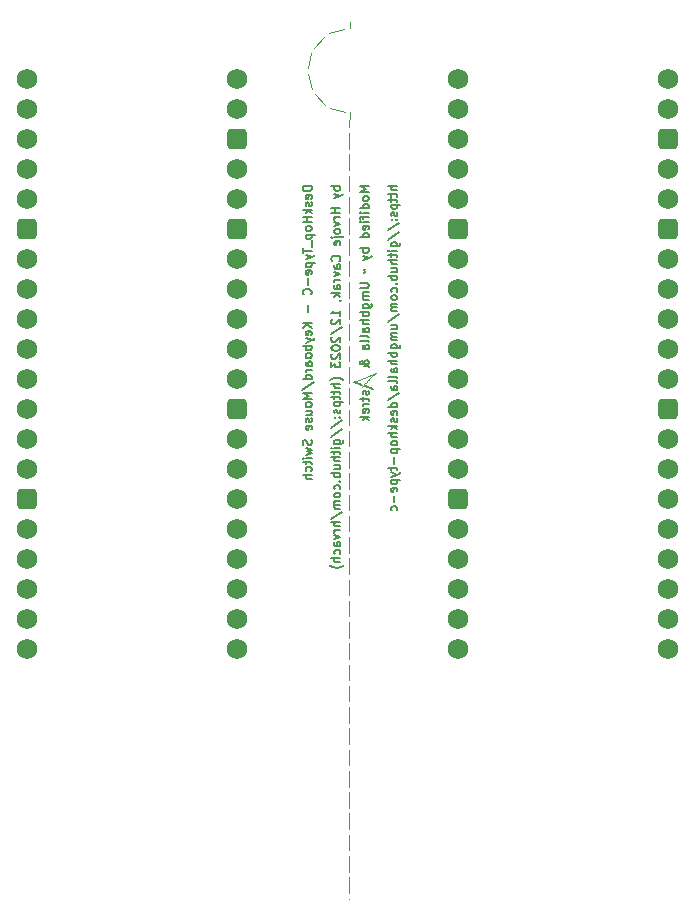
<source format=gbr>
%TF.GenerationSoftware,KiCad,Pcbnew,7.0.10*%
%TF.CreationDate,2024-02-20T22:57:10+05:30*%
%TF.ProjectId,DeskHop,4465736b-486f-4702-9e6b-696361645f70,v1*%
%TF.SameCoordinates,Original*%
%TF.FileFunction,Legend,Bot*%
%TF.FilePolarity,Positive*%
%FSLAX46Y46*%
G04 Gerber Fmt 4.6, Leading zero omitted, Abs format (unit mm)*
G04 Created by KiCad (PCBNEW 7.0.10) date 2024-02-20 22:57:10*
%MOMM*%
%LPD*%
G01*
G04 APERTURE LIST*
G04 Aperture macros list*
%AMRoundRect*
0 Rectangle with rounded corners*
0 $1 Rounding radius*
0 $2 $3 $4 $5 $6 $7 $8 $9 X,Y pos of 4 corners*
0 Add a 4 corners polygon primitive as box body*
4,1,4,$2,$3,$4,$5,$6,$7,$8,$9,$2,$3,0*
0 Add four circle primitives for the rounded corners*
1,1,$1+$1,$2,$3*
1,1,$1+$1,$4,$5*
1,1,$1+$1,$6,$7*
1,1,$1+$1,$8,$9*
0 Add four rect primitives between the rounded corners*
20,1,$1+$1,$2,$3,$4,$5,0*
20,1,$1+$1,$4,$5,$6,$7,0*
20,1,$1+$1,$6,$7,$8,$9,0*
20,1,$1+$1,$8,$9,$2,$3,0*%
G04 Aperture macros list end*
%ADD10C,0.120000*%
%ADD11C,0.108683*%
%ADD12C,0.168999*%
%ADD13C,0.150000*%
%ADD14C,1.752600*%
%ADD15RoundRect,0.438150X-0.438150X-0.438150X0.438150X-0.438150X0.438150X0.438150X-0.438150X0.438150X0*%
G04 APERTURE END LIST*
D10*
X67310000Y-48738426D02*
X67309441Y-50058426D01*
X67309238Y-50538426D02*
X67308679Y-51858426D01*
X67308476Y-52338426D02*
X67307918Y-53658426D01*
X67307715Y-54138426D02*
X67307156Y-55458425D01*
X67306953Y-55938425D02*
X67306394Y-57258425D01*
X67306191Y-57738425D02*
X67305632Y-59058425D01*
X67305429Y-59538425D02*
X67304870Y-60858425D01*
X67304667Y-61338425D02*
X67304109Y-62658425D01*
X67303905Y-63138425D02*
X67303347Y-64458425D01*
X67303144Y-64938425D02*
X67302585Y-66258424D01*
X67302382Y-66738424D02*
X67301823Y-68058424D01*
X67301620Y-68538424D02*
X67301061Y-69858424D01*
X67300858Y-70338424D02*
X67300299Y-71658424D01*
X67300096Y-72138424D02*
X67299538Y-73458424D01*
X67299334Y-73938424D02*
X67298776Y-75258424D01*
X67298573Y-75738424D02*
X67298014Y-77058423D01*
X67297811Y-77538423D02*
X67297252Y-78858423D01*
X67297049Y-79338423D02*
X67296490Y-80658423D01*
X67296287Y-81138423D02*
X67295728Y-82458423D01*
X67295525Y-82938423D02*
X67294967Y-84258423D01*
X67294763Y-84738423D02*
X67294205Y-86058423D01*
X67294002Y-86538423D02*
X67293443Y-87858422D01*
X67293240Y-88338422D02*
X67292681Y-89658422D01*
X67292478Y-90138422D02*
X67291919Y-91458422D01*
X67291716Y-91938422D02*
X67291157Y-93258422D01*
X67290954Y-93738422D02*
X67290396Y-95058422D01*
X67290192Y-95538422D02*
X67289634Y-96858422D01*
X67289431Y-97338422D02*
X67288872Y-98658422D01*
X67288669Y-99138421D02*
X67288110Y-100458421D01*
X67287907Y-100938421D02*
X67287348Y-102258421D01*
X67287145Y-102738421D02*
X67286586Y-104058421D01*
X67286383Y-104538421D02*
X67285825Y-105858421D01*
X67285621Y-106338421D02*
X67285063Y-107658421D01*
X67284860Y-108138421D02*
X67284301Y-109458421D01*
X67284098Y-109938421D02*
X67283539Y-111258420D01*
X67283336Y-111738420D02*
X67282777Y-113058420D01*
X67282574Y-113538420D02*
X67282015Y-114858420D01*
X67281812Y-115338420D02*
X67281783Y-115407659D01*
D11*
X69324317Y-71035565D02*
X69249373Y-71097950D01*
X68519651Y-71254609D02*
X69581463Y-70856430D01*
X69390417Y-70983794D02*
X69324317Y-71035565D01*
D12*
X68663021Y-71961133D02*
X69300000Y-72200000D01*
D11*
X68922524Y-71410094D02*
X68868225Y-71467777D01*
D12*
X67711874Y-71604453D02*
X68348852Y-71843319D01*
D11*
X69249373Y-71097950D02*
X69165938Y-71171656D01*
X68694890Y-71662406D02*
X68633781Y-71734769D01*
D10*
X66937741Y-48748460D02*
X65680288Y-48372564D01*
X65269784Y-48124498D02*
X64352268Y-47186070D01*
X64113515Y-46770080D02*
X63766049Y-45504477D01*
X63758926Y-45024894D02*
X64068655Y-43749530D01*
X64294950Y-43326634D02*
X65184193Y-42361372D01*
X65587149Y-42101225D02*
X66832885Y-41688154D01*
D11*
X69532109Y-70885087D02*
X69494666Y-70909262D01*
X69559293Y-70868695D02*
X69532109Y-70885087D01*
X69494666Y-70909262D02*
X69447318Y-70941929D01*
X69074366Y-71257390D02*
X69025639Y-71304990D01*
X68754364Y-71593844D02*
X68694890Y-71662406D01*
X68975010Y-71355861D02*
X68922524Y-71410094D01*
D10*
X67310000Y-41656000D02*
X67310000Y-41148000D01*
D11*
X68571079Y-71811025D02*
X68506831Y-71891262D01*
X68812157Y-71528997D02*
X68754364Y-71593844D01*
X68441077Y-71975566D02*
X68373863Y-72064028D01*
X69025639Y-71304990D02*
X68975010Y-71355861D01*
X69165938Y-71171656D02*
X69074366Y-71257390D01*
X69581463Y-70856430D02*
X69559293Y-70868695D01*
X67694121Y-71579439D02*
X68519651Y-71254609D01*
X69447318Y-70941929D02*
X69390417Y-70983794D01*
X68506831Y-71891262D02*
X68441077Y-71975566D01*
X68633781Y-71734769D02*
X68571079Y-71811025D01*
X68868225Y-71467777D02*
X68812157Y-71528997D01*
D13*
X64097414Y-55049455D02*
X63347414Y-55049455D01*
X63347414Y-55049455D02*
X63347414Y-55228026D01*
X63347414Y-55228026D02*
X63383128Y-55335169D01*
X63383128Y-55335169D02*
X63454557Y-55406598D01*
X63454557Y-55406598D02*
X63525985Y-55442312D01*
X63525985Y-55442312D02*
X63668842Y-55478026D01*
X63668842Y-55478026D02*
X63775985Y-55478026D01*
X63775985Y-55478026D02*
X63918842Y-55442312D01*
X63918842Y-55442312D02*
X63990271Y-55406598D01*
X63990271Y-55406598D02*
X64061700Y-55335169D01*
X64061700Y-55335169D02*
X64097414Y-55228026D01*
X64097414Y-55228026D02*
X64097414Y-55049455D01*
X64061700Y-56085169D02*
X64097414Y-56013741D01*
X64097414Y-56013741D02*
X64097414Y-55870884D01*
X64097414Y-55870884D02*
X64061700Y-55799455D01*
X64061700Y-55799455D02*
X63990271Y-55763741D01*
X63990271Y-55763741D02*
X63704557Y-55763741D01*
X63704557Y-55763741D02*
X63633128Y-55799455D01*
X63633128Y-55799455D02*
X63597414Y-55870884D01*
X63597414Y-55870884D02*
X63597414Y-56013741D01*
X63597414Y-56013741D02*
X63633128Y-56085169D01*
X63633128Y-56085169D02*
X63704557Y-56120884D01*
X63704557Y-56120884D02*
X63775985Y-56120884D01*
X63775985Y-56120884D02*
X63847414Y-55763741D01*
X64061700Y-56406598D02*
X64097414Y-56478026D01*
X64097414Y-56478026D02*
X64097414Y-56620883D01*
X64097414Y-56620883D02*
X64061700Y-56692312D01*
X64061700Y-56692312D02*
X63990271Y-56728026D01*
X63990271Y-56728026D02*
X63954557Y-56728026D01*
X63954557Y-56728026D02*
X63883128Y-56692312D01*
X63883128Y-56692312D02*
X63847414Y-56620883D01*
X63847414Y-56620883D02*
X63847414Y-56513741D01*
X63847414Y-56513741D02*
X63811700Y-56442312D01*
X63811700Y-56442312D02*
X63740271Y-56406598D01*
X63740271Y-56406598D02*
X63704557Y-56406598D01*
X63704557Y-56406598D02*
X63633128Y-56442312D01*
X63633128Y-56442312D02*
X63597414Y-56513741D01*
X63597414Y-56513741D02*
X63597414Y-56620883D01*
X63597414Y-56620883D02*
X63633128Y-56692312D01*
X64097414Y-57049455D02*
X63347414Y-57049455D01*
X63811700Y-57120884D02*
X64097414Y-57335169D01*
X63597414Y-57335169D02*
X63883128Y-57049455D01*
X64097414Y-57656598D02*
X63347414Y-57656598D01*
X63704557Y-57656598D02*
X63704557Y-58085169D01*
X64097414Y-58085169D02*
X63347414Y-58085169D01*
X64097414Y-58549455D02*
X64061700Y-58478026D01*
X64061700Y-58478026D02*
X64025985Y-58442312D01*
X64025985Y-58442312D02*
X63954557Y-58406598D01*
X63954557Y-58406598D02*
X63740271Y-58406598D01*
X63740271Y-58406598D02*
X63668842Y-58442312D01*
X63668842Y-58442312D02*
X63633128Y-58478026D01*
X63633128Y-58478026D02*
X63597414Y-58549455D01*
X63597414Y-58549455D02*
X63597414Y-58656598D01*
X63597414Y-58656598D02*
X63633128Y-58728026D01*
X63633128Y-58728026D02*
X63668842Y-58763741D01*
X63668842Y-58763741D02*
X63740271Y-58799455D01*
X63740271Y-58799455D02*
X63954557Y-58799455D01*
X63954557Y-58799455D02*
X64025985Y-58763741D01*
X64025985Y-58763741D02*
X64061700Y-58728026D01*
X64061700Y-58728026D02*
X64097414Y-58656598D01*
X64097414Y-58656598D02*
X64097414Y-58549455D01*
X63597414Y-59120883D02*
X64347414Y-59120883D01*
X63633128Y-59120883D02*
X63597414Y-59192312D01*
X63597414Y-59192312D02*
X63597414Y-59335169D01*
X63597414Y-59335169D02*
X63633128Y-59406597D01*
X63633128Y-59406597D02*
X63668842Y-59442312D01*
X63668842Y-59442312D02*
X63740271Y-59478026D01*
X63740271Y-59478026D02*
X63954557Y-59478026D01*
X63954557Y-59478026D02*
X64025985Y-59442312D01*
X64025985Y-59442312D02*
X64061700Y-59406597D01*
X64061700Y-59406597D02*
X64097414Y-59335169D01*
X64097414Y-59335169D02*
X64097414Y-59192312D01*
X64097414Y-59192312D02*
X64061700Y-59120883D01*
X64168842Y-59620883D02*
X64168842Y-60192311D01*
X63347414Y-60263740D02*
X63347414Y-60692312D01*
X64097414Y-60478026D02*
X63347414Y-60478026D01*
X63597414Y-60870883D02*
X64097414Y-61049455D01*
X63597414Y-61228026D02*
X64097414Y-61049455D01*
X64097414Y-61049455D02*
X64275985Y-60978026D01*
X64275985Y-60978026D02*
X64311700Y-60942312D01*
X64311700Y-60942312D02*
X64347414Y-60870883D01*
X63597414Y-61513741D02*
X64347414Y-61513741D01*
X63633128Y-61513741D02*
X63597414Y-61585170D01*
X63597414Y-61585170D02*
X63597414Y-61728027D01*
X63597414Y-61728027D02*
X63633128Y-61799455D01*
X63633128Y-61799455D02*
X63668842Y-61835170D01*
X63668842Y-61835170D02*
X63740271Y-61870884D01*
X63740271Y-61870884D02*
X63954557Y-61870884D01*
X63954557Y-61870884D02*
X64025985Y-61835170D01*
X64025985Y-61835170D02*
X64061700Y-61799455D01*
X64061700Y-61799455D02*
X64097414Y-61728027D01*
X64097414Y-61728027D02*
X64097414Y-61585170D01*
X64097414Y-61585170D02*
X64061700Y-61513741D01*
X64061700Y-62478026D02*
X64097414Y-62406598D01*
X64097414Y-62406598D02*
X64097414Y-62263741D01*
X64097414Y-62263741D02*
X64061700Y-62192312D01*
X64061700Y-62192312D02*
X63990271Y-62156598D01*
X63990271Y-62156598D02*
X63704557Y-62156598D01*
X63704557Y-62156598D02*
X63633128Y-62192312D01*
X63633128Y-62192312D02*
X63597414Y-62263741D01*
X63597414Y-62263741D02*
X63597414Y-62406598D01*
X63597414Y-62406598D02*
X63633128Y-62478026D01*
X63633128Y-62478026D02*
X63704557Y-62513741D01*
X63704557Y-62513741D02*
X63775985Y-62513741D01*
X63775985Y-62513741D02*
X63847414Y-62156598D01*
X63811700Y-62835169D02*
X63811700Y-63406598D01*
X64025985Y-64192311D02*
X64061700Y-64156597D01*
X64061700Y-64156597D02*
X64097414Y-64049454D01*
X64097414Y-64049454D02*
X64097414Y-63978026D01*
X64097414Y-63978026D02*
X64061700Y-63870883D01*
X64061700Y-63870883D02*
X63990271Y-63799454D01*
X63990271Y-63799454D02*
X63918842Y-63763740D01*
X63918842Y-63763740D02*
X63775985Y-63728026D01*
X63775985Y-63728026D02*
X63668842Y-63728026D01*
X63668842Y-63728026D02*
X63525985Y-63763740D01*
X63525985Y-63763740D02*
X63454557Y-63799454D01*
X63454557Y-63799454D02*
X63383128Y-63870883D01*
X63383128Y-63870883D02*
X63347414Y-63978026D01*
X63347414Y-63978026D02*
X63347414Y-64049454D01*
X63347414Y-64049454D02*
X63383128Y-64156597D01*
X63383128Y-64156597D02*
X63418842Y-64192311D01*
X63811700Y-65085169D02*
X63811700Y-65656598D01*
X64097414Y-66585169D02*
X63347414Y-66585169D01*
X64097414Y-67013740D02*
X63668842Y-66692312D01*
X63347414Y-67013740D02*
X63775985Y-66585169D01*
X64061700Y-67620883D02*
X64097414Y-67549455D01*
X64097414Y-67549455D02*
X64097414Y-67406598D01*
X64097414Y-67406598D02*
X64061700Y-67335169D01*
X64061700Y-67335169D02*
X63990271Y-67299455D01*
X63990271Y-67299455D02*
X63704557Y-67299455D01*
X63704557Y-67299455D02*
X63633128Y-67335169D01*
X63633128Y-67335169D02*
X63597414Y-67406598D01*
X63597414Y-67406598D02*
X63597414Y-67549455D01*
X63597414Y-67549455D02*
X63633128Y-67620883D01*
X63633128Y-67620883D02*
X63704557Y-67656598D01*
X63704557Y-67656598D02*
X63775985Y-67656598D01*
X63775985Y-67656598D02*
X63847414Y-67299455D01*
X63597414Y-67906597D02*
X64097414Y-68085169D01*
X63597414Y-68263740D02*
X64097414Y-68085169D01*
X64097414Y-68085169D02*
X64275985Y-68013740D01*
X64275985Y-68013740D02*
X64311700Y-67978026D01*
X64311700Y-67978026D02*
X64347414Y-67906597D01*
X64097414Y-68549455D02*
X63347414Y-68549455D01*
X63633128Y-68549455D02*
X63597414Y-68620884D01*
X63597414Y-68620884D02*
X63597414Y-68763741D01*
X63597414Y-68763741D02*
X63633128Y-68835169D01*
X63633128Y-68835169D02*
X63668842Y-68870884D01*
X63668842Y-68870884D02*
X63740271Y-68906598D01*
X63740271Y-68906598D02*
X63954557Y-68906598D01*
X63954557Y-68906598D02*
X64025985Y-68870884D01*
X64025985Y-68870884D02*
X64061700Y-68835169D01*
X64061700Y-68835169D02*
X64097414Y-68763741D01*
X64097414Y-68763741D02*
X64097414Y-68620884D01*
X64097414Y-68620884D02*
X64061700Y-68549455D01*
X64097414Y-69335169D02*
X64061700Y-69263740D01*
X64061700Y-69263740D02*
X64025985Y-69228026D01*
X64025985Y-69228026D02*
X63954557Y-69192312D01*
X63954557Y-69192312D02*
X63740271Y-69192312D01*
X63740271Y-69192312D02*
X63668842Y-69228026D01*
X63668842Y-69228026D02*
X63633128Y-69263740D01*
X63633128Y-69263740D02*
X63597414Y-69335169D01*
X63597414Y-69335169D02*
X63597414Y-69442312D01*
X63597414Y-69442312D02*
X63633128Y-69513740D01*
X63633128Y-69513740D02*
X63668842Y-69549455D01*
X63668842Y-69549455D02*
X63740271Y-69585169D01*
X63740271Y-69585169D02*
X63954557Y-69585169D01*
X63954557Y-69585169D02*
X64025985Y-69549455D01*
X64025985Y-69549455D02*
X64061700Y-69513740D01*
X64061700Y-69513740D02*
X64097414Y-69442312D01*
X64097414Y-69442312D02*
X64097414Y-69335169D01*
X64097414Y-70228026D02*
X63704557Y-70228026D01*
X63704557Y-70228026D02*
X63633128Y-70192311D01*
X63633128Y-70192311D02*
X63597414Y-70120883D01*
X63597414Y-70120883D02*
X63597414Y-69978026D01*
X63597414Y-69978026D02*
X63633128Y-69906597D01*
X64061700Y-70228026D02*
X64097414Y-70156597D01*
X64097414Y-70156597D02*
X64097414Y-69978026D01*
X64097414Y-69978026D02*
X64061700Y-69906597D01*
X64061700Y-69906597D02*
X63990271Y-69870883D01*
X63990271Y-69870883D02*
X63918842Y-69870883D01*
X63918842Y-69870883D02*
X63847414Y-69906597D01*
X63847414Y-69906597D02*
X63811700Y-69978026D01*
X63811700Y-69978026D02*
X63811700Y-70156597D01*
X63811700Y-70156597D02*
X63775985Y-70228026D01*
X64097414Y-70585168D02*
X63597414Y-70585168D01*
X63740271Y-70585168D02*
X63668842Y-70620882D01*
X63668842Y-70620882D02*
X63633128Y-70656597D01*
X63633128Y-70656597D02*
X63597414Y-70728025D01*
X63597414Y-70728025D02*
X63597414Y-70799454D01*
X64097414Y-71370883D02*
X63347414Y-71370883D01*
X64061700Y-71370883D02*
X64097414Y-71299454D01*
X64097414Y-71299454D02*
X64097414Y-71156597D01*
X64097414Y-71156597D02*
X64061700Y-71085168D01*
X64061700Y-71085168D02*
X64025985Y-71049454D01*
X64025985Y-71049454D02*
X63954557Y-71013740D01*
X63954557Y-71013740D02*
X63740271Y-71013740D01*
X63740271Y-71013740D02*
X63668842Y-71049454D01*
X63668842Y-71049454D02*
X63633128Y-71085168D01*
X63633128Y-71085168D02*
X63597414Y-71156597D01*
X63597414Y-71156597D02*
X63597414Y-71299454D01*
X63597414Y-71299454D02*
X63633128Y-71370883D01*
X63311700Y-72263739D02*
X64275985Y-71620882D01*
X64097414Y-72513739D02*
X63347414Y-72513739D01*
X63347414Y-72513739D02*
X63883128Y-72763739D01*
X63883128Y-72763739D02*
X63347414Y-73013739D01*
X63347414Y-73013739D02*
X64097414Y-73013739D01*
X64097414Y-73478025D02*
X64061700Y-73406596D01*
X64061700Y-73406596D02*
X64025985Y-73370882D01*
X64025985Y-73370882D02*
X63954557Y-73335168D01*
X63954557Y-73335168D02*
X63740271Y-73335168D01*
X63740271Y-73335168D02*
X63668842Y-73370882D01*
X63668842Y-73370882D02*
X63633128Y-73406596D01*
X63633128Y-73406596D02*
X63597414Y-73478025D01*
X63597414Y-73478025D02*
X63597414Y-73585168D01*
X63597414Y-73585168D02*
X63633128Y-73656596D01*
X63633128Y-73656596D02*
X63668842Y-73692311D01*
X63668842Y-73692311D02*
X63740271Y-73728025D01*
X63740271Y-73728025D02*
X63954557Y-73728025D01*
X63954557Y-73728025D02*
X64025985Y-73692311D01*
X64025985Y-73692311D02*
X64061700Y-73656596D01*
X64061700Y-73656596D02*
X64097414Y-73585168D01*
X64097414Y-73585168D02*
X64097414Y-73478025D01*
X63597414Y-74370882D02*
X64097414Y-74370882D01*
X63597414Y-74049453D02*
X63990271Y-74049453D01*
X63990271Y-74049453D02*
X64061700Y-74085167D01*
X64061700Y-74085167D02*
X64097414Y-74156596D01*
X64097414Y-74156596D02*
X64097414Y-74263739D01*
X64097414Y-74263739D02*
X64061700Y-74335167D01*
X64061700Y-74335167D02*
X64025985Y-74370882D01*
X64061700Y-74692310D02*
X64097414Y-74763738D01*
X64097414Y-74763738D02*
X64097414Y-74906595D01*
X64097414Y-74906595D02*
X64061700Y-74978024D01*
X64061700Y-74978024D02*
X63990271Y-75013738D01*
X63990271Y-75013738D02*
X63954557Y-75013738D01*
X63954557Y-75013738D02*
X63883128Y-74978024D01*
X63883128Y-74978024D02*
X63847414Y-74906595D01*
X63847414Y-74906595D02*
X63847414Y-74799453D01*
X63847414Y-74799453D02*
X63811700Y-74728024D01*
X63811700Y-74728024D02*
X63740271Y-74692310D01*
X63740271Y-74692310D02*
X63704557Y-74692310D01*
X63704557Y-74692310D02*
X63633128Y-74728024D01*
X63633128Y-74728024D02*
X63597414Y-74799453D01*
X63597414Y-74799453D02*
X63597414Y-74906595D01*
X63597414Y-74906595D02*
X63633128Y-74978024D01*
X64061700Y-75620881D02*
X64097414Y-75549453D01*
X64097414Y-75549453D02*
X64097414Y-75406596D01*
X64097414Y-75406596D02*
X64061700Y-75335167D01*
X64061700Y-75335167D02*
X63990271Y-75299453D01*
X63990271Y-75299453D02*
X63704557Y-75299453D01*
X63704557Y-75299453D02*
X63633128Y-75335167D01*
X63633128Y-75335167D02*
X63597414Y-75406596D01*
X63597414Y-75406596D02*
X63597414Y-75549453D01*
X63597414Y-75549453D02*
X63633128Y-75620881D01*
X63633128Y-75620881D02*
X63704557Y-75656596D01*
X63704557Y-75656596D02*
X63775985Y-75656596D01*
X63775985Y-75656596D02*
X63847414Y-75299453D01*
X64061700Y-76513739D02*
X64097414Y-76620882D01*
X64097414Y-76620882D02*
X64097414Y-76799453D01*
X64097414Y-76799453D02*
X64061700Y-76870882D01*
X64061700Y-76870882D02*
X64025985Y-76906596D01*
X64025985Y-76906596D02*
X63954557Y-76942310D01*
X63954557Y-76942310D02*
X63883128Y-76942310D01*
X63883128Y-76942310D02*
X63811700Y-76906596D01*
X63811700Y-76906596D02*
X63775985Y-76870882D01*
X63775985Y-76870882D02*
X63740271Y-76799453D01*
X63740271Y-76799453D02*
X63704557Y-76656596D01*
X63704557Y-76656596D02*
X63668842Y-76585167D01*
X63668842Y-76585167D02*
X63633128Y-76549453D01*
X63633128Y-76549453D02*
X63561700Y-76513739D01*
X63561700Y-76513739D02*
X63490271Y-76513739D01*
X63490271Y-76513739D02*
X63418842Y-76549453D01*
X63418842Y-76549453D02*
X63383128Y-76585167D01*
X63383128Y-76585167D02*
X63347414Y-76656596D01*
X63347414Y-76656596D02*
X63347414Y-76835167D01*
X63347414Y-76835167D02*
X63383128Y-76942310D01*
X63597414Y-77192310D02*
X64097414Y-77335168D01*
X64097414Y-77335168D02*
X63740271Y-77478025D01*
X63740271Y-77478025D02*
X64097414Y-77620882D01*
X64097414Y-77620882D02*
X63597414Y-77763739D01*
X64097414Y-78049453D02*
X63597414Y-78049453D01*
X63347414Y-78049453D02*
X63383128Y-78013739D01*
X63383128Y-78013739D02*
X63418842Y-78049453D01*
X63418842Y-78049453D02*
X63383128Y-78085167D01*
X63383128Y-78085167D02*
X63347414Y-78049453D01*
X63347414Y-78049453D02*
X63418842Y-78049453D01*
X63597414Y-78299453D02*
X63597414Y-78585167D01*
X63347414Y-78406596D02*
X63990271Y-78406596D01*
X63990271Y-78406596D02*
X64061700Y-78442310D01*
X64061700Y-78442310D02*
X64097414Y-78513739D01*
X64097414Y-78513739D02*
X64097414Y-78585167D01*
X64061700Y-79156596D02*
X64097414Y-79085167D01*
X64097414Y-79085167D02*
X64097414Y-78942310D01*
X64097414Y-78942310D02*
X64061700Y-78870881D01*
X64061700Y-78870881D02*
X64025985Y-78835167D01*
X64025985Y-78835167D02*
X63954557Y-78799453D01*
X63954557Y-78799453D02*
X63740271Y-78799453D01*
X63740271Y-78799453D02*
X63668842Y-78835167D01*
X63668842Y-78835167D02*
X63633128Y-78870881D01*
X63633128Y-78870881D02*
X63597414Y-78942310D01*
X63597414Y-78942310D02*
X63597414Y-79085167D01*
X63597414Y-79085167D02*
X63633128Y-79156596D01*
X64097414Y-79478024D02*
X63347414Y-79478024D01*
X64097414Y-79799453D02*
X63704557Y-79799453D01*
X63704557Y-79799453D02*
X63633128Y-79763738D01*
X63633128Y-79763738D02*
X63597414Y-79692310D01*
X63597414Y-79692310D02*
X63597414Y-79585167D01*
X63597414Y-79585167D02*
X63633128Y-79513738D01*
X63633128Y-79513738D02*
X63668842Y-79478024D01*
X66512414Y-55049455D02*
X65762414Y-55049455D01*
X66048128Y-55049455D02*
X66012414Y-55120884D01*
X66012414Y-55120884D02*
X66012414Y-55263741D01*
X66012414Y-55263741D02*
X66048128Y-55335169D01*
X66048128Y-55335169D02*
X66083842Y-55370884D01*
X66083842Y-55370884D02*
X66155271Y-55406598D01*
X66155271Y-55406598D02*
X66369557Y-55406598D01*
X66369557Y-55406598D02*
X66440985Y-55370884D01*
X66440985Y-55370884D02*
X66476700Y-55335169D01*
X66476700Y-55335169D02*
X66512414Y-55263741D01*
X66512414Y-55263741D02*
X66512414Y-55120884D01*
X66512414Y-55120884D02*
X66476700Y-55049455D01*
X66012414Y-55656597D02*
X66512414Y-55835169D01*
X66012414Y-56013740D02*
X66512414Y-55835169D01*
X66512414Y-55835169D02*
X66690985Y-55763740D01*
X66690985Y-55763740D02*
X66726700Y-55728026D01*
X66726700Y-55728026D02*
X66762414Y-55656597D01*
X66512414Y-56870884D02*
X65762414Y-56870884D01*
X66119557Y-56870884D02*
X66119557Y-57299455D01*
X66512414Y-57299455D02*
X65762414Y-57299455D01*
X66512414Y-57656598D02*
X66012414Y-57656598D01*
X66155271Y-57656598D02*
X66083842Y-57692312D01*
X66083842Y-57692312D02*
X66048128Y-57728027D01*
X66048128Y-57728027D02*
X66012414Y-57799455D01*
X66012414Y-57799455D02*
X66012414Y-57870884D01*
X66012414Y-58049455D02*
X66512414Y-58228027D01*
X66512414Y-58228027D02*
X66012414Y-58406598D01*
X66512414Y-58799456D02*
X66476700Y-58728027D01*
X66476700Y-58728027D02*
X66440985Y-58692313D01*
X66440985Y-58692313D02*
X66369557Y-58656599D01*
X66369557Y-58656599D02*
X66155271Y-58656599D01*
X66155271Y-58656599D02*
X66083842Y-58692313D01*
X66083842Y-58692313D02*
X66048128Y-58728027D01*
X66048128Y-58728027D02*
X66012414Y-58799456D01*
X66012414Y-58799456D02*
X66012414Y-58906599D01*
X66012414Y-58906599D02*
X66048128Y-58978027D01*
X66048128Y-58978027D02*
X66083842Y-59013742D01*
X66083842Y-59013742D02*
X66155271Y-59049456D01*
X66155271Y-59049456D02*
X66369557Y-59049456D01*
X66369557Y-59049456D02*
X66440985Y-59013742D01*
X66440985Y-59013742D02*
X66476700Y-58978027D01*
X66476700Y-58978027D02*
X66512414Y-58906599D01*
X66512414Y-58906599D02*
X66512414Y-58799456D01*
X66012414Y-59370884D02*
X66655271Y-59370884D01*
X66655271Y-59370884D02*
X66726700Y-59335170D01*
X66726700Y-59335170D02*
X66762414Y-59263741D01*
X66762414Y-59263741D02*
X66762414Y-59228027D01*
X65762414Y-59370884D02*
X65798128Y-59335170D01*
X65798128Y-59335170D02*
X65833842Y-59370884D01*
X65833842Y-59370884D02*
X65798128Y-59406598D01*
X65798128Y-59406598D02*
X65762414Y-59370884D01*
X65762414Y-59370884D02*
X65833842Y-59370884D01*
X66476700Y-60013741D02*
X66512414Y-59942313D01*
X66512414Y-59942313D02*
X66512414Y-59799456D01*
X66512414Y-59799456D02*
X66476700Y-59728027D01*
X66476700Y-59728027D02*
X66405271Y-59692313D01*
X66405271Y-59692313D02*
X66119557Y-59692313D01*
X66119557Y-59692313D02*
X66048128Y-59728027D01*
X66048128Y-59728027D02*
X66012414Y-59799456D01*
X66012414Y-59799456D02*
X66012414Y-59942313D01*
X66012414Y-59942313D02*
X66048128Y-60013741D01*
X66048128Y-60013741D02*
X66119557Y-60049456D01*
X66119557Y-60049456D02*
X66190985Y-60049456D01*
X66190985Y-60049456D02*
X66262414Y-59692313D01*
X66440985Y-61370884D02*
X66476700Y-61335170D01*
X66476700Y-61335170D02*
X66512414Y-61228027D01*
X66512414Y-61228027D02*
X66512414Y-61156599D01*
X66512414Y-61156599D02*
X66476700Y-61049456D01*
X66476700Y-61049456D02*
X66405271Y-60978027D01*
X66405271Y-60978027D02*
X66333842Y-60942313D01*
X66333842Y-60942313D02*
X66190985Y-60906599D01*
X66190985Y-60906599D02*
X66083842Y-60906599D01*
X66083842Y-60906599D02*
X65940985Y-60942313D01*
X65940985Y-60942313D02*
X65869557Y-60978027D01*
X65869557Y-60978027D02*
X65798128Y-61049456D01*
X65798128Y-61049456D02*
X65762414Y-61156599D01*
X65762414Y-61156599D02*
X65762414Y-61228027D01*
X65762414Y-61228027D02*
X65798128Y-61335170D01*
X65798128Y-61335170D02*
X65833842Y-61370884D01*
X66512414Y-62013742D02*
X66119557Y-62013742D01*
X66119557Y-62013742D02*
X66048128Y-61978027D01*
X66048128Y-61978027D02*
X66012414Y-61906599D01*
X66012414Y-61906599D02*
X66012414Y-61763742D01*
X66012414Y-61763742D02*
X66048128Y-61692313D01*
X66476700Y-62013742D02*
X66512414Y-61942313D01*
X66512414Y-61942313D02*
X66512414Y-61763742D01*
X66512414Y-61763742D02*
X66476700Y-61692313D01*
X66476700Y-61692313D02*
X66405271Y-61656599D01*
X66405271Y-61656599D02*
X66333842Y-61656599D01*
X66333842Y-61656599D02*
X66262414Y-61692313D01*
X66262414Y-61692313D02*
X66226700Y-61763742D01*
X66226700Y-61763742D02*
X66226700Y-61942313D01*
X66226700Y-61942313D02*
X66190985Y-62013742D01*
X66012414Y-62299455D02*
X66512414Y-62478027D01*
X66512414Y-62478027D02*
X66012414Y-62656598D01*
X66512414Y-62942313D02*
X66012414Y-62942313D01*
X66155271Y-62942313D02*
X66083842Y-62978027D01*
X66083842Y-62978027D02*
X66048128Y-63013742D01*
X66048128Y-63013742D02*
X66012414Y-63085170D01*
X66012414Y-63085170D02*
X66012414Y-63156599D01*
X66512414Y-63728028D02*
X66119557Y-63728028D01*
X66119557Y-63728028D02*
X66048128Y-63692313D01*
X66048128Y-63692313D02*
X66012414Y-63620885D01*
X66012414Y-63620885D02*
X66012414Y-63478028D01*
X66012414Y-63478028D02*
X66048128Y-63406599D01*
X66476700Y-63728028D02*
X66512414Y-63656599D01*
X66512414Y-63656599D02*
X66512414Y-63478028D01*
X66512414Y-63478028D02*
X66476700Y-63406599D01*
X66476700Y-63406599D02*
X66405271Y-63370885D01*
X66405271Y-63370885D02*
X66333842Y-63370885D01*
X66333842Y-63370885D02*
X66262414Y-63406599D01*
X66262414Y-63406599D02*
X66226700Y-63478028D01*
X66226700Y-63478028D02*
X66226700Y-63656599D01*
X66226700Y-63656599D02*
X66190985Y-63728028D01*
X66512414Y-64085170D02*
X65762414Y-64085170D01*
X66226700Y-64156599D02*
X66512414Y-64370884D01*
X66012414Y-64370884D02*
X66298128Y-64085170D01*
X66476700Y-64728027D02*
X66512414Y-64728027D01*
X66512414Y-64728027D02*
X66583842Y-64692313D01*
X66583842Y-64692313D02*
X66619557Y-64656599D01*
X66512414Y-66013742D02*
X66512414Y-65585171D01*
X66512414Y-65799456D02*
X65762414Y-65799456D01*
X65762414Y-65799456D02*
X65869557Y-65728028D01*
X65869557Y-65728028D02*
X65940985Y-65656599D01*
X65940985Y-65656599D02*
X65976700Y-65585171D01*
X65833842Y-66299457D02*
X65798128Y-66335171D01*
X65798128Y-66335171D02*
X65762414Y-66406600D01*
X65762414Y-66406600D02*
X65762414Y-66585171D01*
X65762414Y-66585171D02*
X65798128Y-66656600D01*
X65798128Y-66656600D02*
X65833842Y-66692314D01*
X65833842Y-66692314D02*
X65905271Y-66728028D01*
X65905271Y-66728028D02*
X65976700Y-66728028D01*
X65976700Y-66728028D02*
X66083842Y-66692314D01*
X66083842Y-66692314D02*
X66512414Y-66263742D01*
X66512414Y-66263742D02*
X66512414Y-66728028D01*
X65726700Y-67585171D02*
X66690985Y-66942314D01*
X65833842Y-67799457D02*
X65798128Y-67835171D01*
X65798128Y-67835171D02*
X65762414Y-67906600D01*
X65762414Y-67906600D02*
X65762414Y-68085171D01*
X65762414Y-68085171D02*
X65798128Y-68156600D01*
X65798128Y-68156600D02*
X65833842Y-68192314D01*
X65833842Y-68192314D02*
X65905271Y-68228028D01*
X65905271Y-68228028D02*
X65976700Y-68228028D01*
X65976700Y-68228028D02*
X66083842Y-68192314D01*
X66083842Y-68192314D02*
X66512414Y-67763742D01*
X66512414Y-67763742D02*
X66512414Y-68228028D01*
X65762414Y-68692314D02*
X65762414Y-68763743D01*
X65762414Y-68763743D02*
X65798128Y-68835171D01*
X65798128Y-68835171D02*
X65833842Y-68870886D01*
X65833842Y-68870886D02*
X65905271Y-68906600D01*
X65905271Y-68906600D02*
X66048128Y-68942314D01*
X66048128Y-68942314D02*
X66226700Y-68942314D01*
X66226700Y-68942314D02*
X66369557Y-68906600D01*
X66369557Y-68906600D02*
X66440985Y-68870886D01*
X66440985Y-68870886D02*
X66476700Y-68835171D01*
X66476700Y-68835171D02*
X66512414Y-68763743D01*
X66512414Y-68763743D02*
X66512414Y-68692314D01*
X66512414Y-68692314D02*
X66476700Y-68620886D01*
X66476700Y-68620886D02*
X66440985Y-68585171D01*
X66440985Y-68585171D02*
X66369557Y-68549457D01*
X66369557Y-68549457D02*
X66226700Y-68513743D01*
X66226700Y-68513743D02*
X66048128Y-68513743D01*
X66048128Y-68513743D02*
X65905271Y-68549457D01*
X65905271Y-68549457D02*
X65833842Y-68585171D01*
X65833842Y-68585171D02*
X65798128Y-68620886D01*
X65798128Y-68620886D02*
X65762414Y-68692314D01*
X65833842Y-69228029D02*
X65798128Y-69263743D01*
X65798128Y-69263743D02*
X65762414Y-69335172D01*
X65762414Y-69335172D02*
X65762414Y-69513743D01*
X65762414Y-69513743D02*
X65798128Y-69585172D01*
X65798128Y-69585172D02*
X65833842Y-69620886D01*
X65833842Y-69620886D02*
X65905271Y-69656600D01*
X65905271Y-69656600D02*
X65976700Y-69656600D01*
X65976700Y-69656600D02*
X66083842Y-69620886D01*
X66083842Y-69620886D02*
X66512414Y-69192314D01*
X66512414Y-69192314D02*
X66512414Y-69656600D01*
X65762414Y-69906600D02*
X65762414Y-70370886D01*
X65762414Y-70370886D02*
X66048128Y-70120886D01*
X66048128Y-70120886D02*
X66048128Y-70228029D01*
X66048128Y-70228029D02*
X66083842Y-70299458D01*
X66083842Y-70299458D02*
X66119557Y-70335172D01*
X66119557Y-70335172D02*
X66190985Y-70370886D01*
X66190985Y-70370886D02*
X66369557Y-70370886D01*
X66369557Y-70370886D02*
X66440985Y-70335172D01*
X66440985Y-70335172D02*
X66476700Y-70299458D01*
X66476700Y-70299458D02*
X66512414Y-70228029D01*
X66512414Y-70228029D02*
X66512414Y-70013743D01*
X66512414Y-70013743D02*
X66476700Y-69942315D01*
X66476700Y-69942315D02*
X66440985Y-69906600D01*
X66798128Y-71478030D02*
X66762414Y-71442315D01*
X66762414Y-71442315D02*
X66655271Y-71370887D01*
X66655271Y-71370887D02*
X66583842Y-71335173D01*
X66583842Y-71335173D02*
X66476700Y-71299458D01*
X66476700Y-71299458D02*
X66298128Y-71263744D01*
X66298128Y-71263744D02*
X66155271Y-71263744D01*
X66155271Y-71263744D02*
X65976700Y-71299458D01*
X65976700Y-71299458D02*
X65869557Y-71335173D01*
X65869557Y-71335173D02*
X65798128Y-71370887D01*
X65798128Y-71370887D02*
X65690985Y-71442315D01*
X65690985Y-71442315D02*
X65655271Y-71478030D01*
X66512414Y-71763744D02*
X65762414Y-71763744D01*
X66512414Y-72085173D02*
X66119557Y-72085173D01*
X66119557Y-72085173D02*
X66048128Y-72049458D01*
X66048128Y-72049458D02*
X66012414Y-71978030D01*
X66012414Y-71978030D02*
X66012414Y-71870887D01*
X66012414Y-71870887D02*
X66048128Y-71799458D01*
X66048128Y-71799458D02*
X66083842Y-71763744D01*
X66012414Y-72335172D02*
X66012414Y-72620886D01*
X65762414Y-72442315D02*
X66405271Y-72442315D01*
X66405271Y-72442315D02*
X66476700Y-72478029D01*
X66476700Y-72478029D02*
X66512414Y-72549458D01*
X66512414Y-72549458D02*
X66512414Y-72620886D01*
X66012414Y-72763743D02*
X66012414Y-73049457D01*
X65762414Y-72870886D02*
X66405271Y-72870886D01*
X66405271Y-72870886D02*
X66476700Y-72906600D01*
X66476700Y-72906600D02*
X66512414Y-72978029D01*
X66512414Y-72978029D02*
X66512414Y-73049457D01*
X66012414Y-73299457D02*
X66762414Y-73299457D01*
X66048128Y-73299457D02*
X66012414Y-73370886D01*
X66012414Y-73370886D02*
X66012414Y-73513743D01*
X66012414Y-73513743D02*
X66048128Y-73585171D01*
X66048128Y-73585171D02*
X66083842Y-73620886D01*
X66083842Y-73620886D02*
X66155271Y-73656600D01*
X66155271Y-73656600D02*
X66369557Y-73656600D01*
X66369557Y-73656600D02*
X66440985Y-73620886D01*
X66440985Y-73620886D02*
X66476700Y-73585171D01*
X66476700Y-73585171D02*
X66512414Y-73513743D01*
X66512414Y-73513743D02*
X66512414Y-73370886D01*
X66512414Y-73370886D02*
X66476700Y-73299457D01*
X66476700Y-73942314D02*
X66512414Y-74013742D01*
X66512414Y-74013742D02*
X66512414Y-74156599D01*
X66512414Y-74156599D02*
X66476700Y-74228028D01*
X66476700Y-74228028D02*
X66405271Y-74263742D01*
X66405271Y-74263742D02*
X66369557Y-74263742D01*
X66369557Y-74263742D02*
X66298128Y-74228028D01*
X66298128Y-74228028D02*
X66262414Y-74156599D01*
X66262414Y-74156599D02*
X66262414Y-74049457D01*
X66262414Y-74049457D02*
X66226700Y-73978028D01*
X66226700Y-73978028D02*
X66155271Y-73942314D01*
X66155271Y-73942314D02*
X66119557Y-73942314D01*
X66119557Y-73942314D02*
X66048128Y-73978028D01*
X66048128Y-73978028D02*
X66012414Y-74049457D01*
X66012414Y-74049457D02*
X66012414Y-74156599D01*
X66012414Y-74156599D02*
X66048128Y-74228028D01*
X66440985Y-74585171D02*
X66476700Y-74620885D01*
X66476700Y-74620885D02*
X66512414Y-74585171D01*
X66512414Y-74585171D02*
X66476700Y-74549457D01*
X66476700Y-74549457D02*
X66440985Y-74585171D01*
X66440985Y-74585171D02*
X66512414Y-74585171D01*
X66048128Y-74585171D02*
X66083842Y-74620885D01*
X66083842Y-74620885D02*
X66119557Y-74585171D01*
X66119557Y-74585171D02*
X66083842Y-74549457D01*
X66083842Y-74549457D02*
X66048128Y-74585171D01*
X66048128Y-74585171D02*
X66119557Y-74585171D01*
X65726700Y-75478028D02*
X66690985Y-74835171D01*
X65726700Y-76263742D02*
X66690985Y-75620885D01*
X66012414Y-76835171D02*
X66619557Y-76835171D01*
X66619557Y-76835171D02*
X66690985Y-76799456D01*
X66690985Y-76799456D02*
X66726700Y-76763742D01*
X66726700Y-76763742D02*
X66762414Y-76692313D01*
X66762414Y-76692313D02*
X66762414Y-76585171D01*
X66762414Y-76585171D02*
X66726700Y-76513742D01*
X66476700Y-76835171D02*
X66512414Y-76763742D01*
X66512414Y-76763742D02*
X66512414Y-76620885D01*
X66512414Y-76620885D02*
X66476700Y-76549456D01*
X66476700Y-76549456D02*
X66440985Y-76513742D01*
X66440985Y-76513742D02*
X66369557Y-76478028D01*
X66369557Y-76478028D02*
X66155271Y-76478028D01*
X66155271Y-76478028D02*
X66083842Y-76513742D01*
X66083842Y-76513742D02*
X66048128Y-76549456D01*
X66048128Y-76549456D02*
X66012414Y-76620885D01*
X66012414Y-76620885D02*
X66012414Y-76763742D01*
X66012414Y-76763742D02*
X66048128Y-76835171D01*
X66512414Y-77192313D02*
X66012414Y-77192313D01*
X65762414Y-77192313D02*
X65798128Y-77156599D01*
X65798128Y-77156599D02*
X65833842Y-77192313D01*
X65833842Y-77192313D02*
X65798128Y-77228027D01*
X65798128Y-77228027D02*
X65762414Y-77192313D01*
X65762414Y-77192313D02*
X65833842Y-77192313D01*
X66012414Y-77442313D02*
X66012414Y-77728027D01*
X65762414Y-77549456D02*
X66405271Y-77549456D01*
X66405271Y-77549456D02*
X66476700Y-77585170D01*
X66476700Y-77585170D02*
X66512414Y-77656599D01*
X66512414Y-77656599D02*
X66512414Y-77728027D01*
X66512414Y-77978027D02*
X65762414Y-77978027D01*
X66512414Y-78299456D02*
X66119557Y-78299456D01*
X66119557Y-78299456D02*
X66048128Y-78263741D01*
X66048128Y-78263741D02*
X66012414Y-78192313D01*
X66012414Y-78192313D02*
X66012414Y-78085170D01*
X66012414Y-78085170D02*
X66048128Y-78013741D01*
X66048128Y-78013741D02*
X66083842Y-77978027D01*
X66012414Y-78978027D02*
X66512414Y-78978027D01*
X66012414Y-78656598D02*
X66405271Y-78656598D01*
X66405271Y-78656598D02*
X66476700Y-78692312D01*
X66476700Y-78692312D02*
X66512414Y-78763741D01*
X66512414Y-78763741D02*
X66512414Y-78870884D01*
X66512414Y-78870884D02*
X66476700Y-78942312D01*
X66476700Y-78942312D02*
X66440985Y-78978027D01*
X66512414Y-79335169D02*
X65762414Y-79335169D01*
X66048128Y-79335169D02*
X66012414Y-79406598D01*
X66012414Y-79406598D02*
X66012414Y-79549455D01*
X66012414Y-79549455D02*
X66048128Y-79620883D01*
X66048128Y-79620883D02*
X66083842Y-79656598D01*
X66083842Y-79656598D02*
X66155271Y-79692312D01*
X66155271Y-79692312D02*
X66369557Y-79692312D01*
X66369557Y-79692312D02*
X66440985Y-79656598D01*
X66440985Y-79656598D02*
X66476700Y-79620883D01*
X66476700Y-79620883D02*
X66512414Y-79549455D01*
X66512414Y-79549455D02*
X66512414Y-79406598D01*
X66512414Y-79406598D02*
X66476700Y-79335169D01*
X66440985Y-80013740D02*
X66476700Y-80049454D01*
X66476700Y-80049454D02*
X66512414Y-80013740D01*
X66512414Y-80013740D02*
X66476700Y-79978026D01*
X66476700Y-79978026D02*
X66440985Y-80013740D01*
X66440985Y-80013740D02*
X66512414Y-80013740D01*
X66476700Y-80692312D02*
X66512414Y-80620883D01*
X66512414Y-80620883D02*
X66512414Y-80478026D01*
X66512414Y-80478026D02*
X66476700Y-80406597D01*
X66476700Y-80406597D02*
X66440985Y-80370883D01*
X66440985Y-80370883D02*
X66369557Y-80335169D01*
X66369557Y-80335169D02*
X66155271Y-80335169D01*
X66155271Y-80335169D02*
X66083842Y-80370883D01*
X66083842Y-80370883D02*
X66048128Y-80406597D01*
X66048128Y-80406597D02*
X66012414Y-80478026D01*
X66012414Y-80478026D02*
X66012414Y-80620883D01*
X66012414Y-80620883D02*
X66048128Y-80692312D01*
X66512414Y-81120883D02*
X66476700Y-81049454D01*
X66476700Y-81049454D02*
X66440985Y-81013740D01*
X66440985Y-81013740D02*
X66369557Y-80978026D01*
X66369557Y-80978026D02*
X66155271Y-80978026D01*
X66155271Y-80978026D02*
X66083842Y-81013740D01*
X66083842Y-81013740D02*
X66048128Y-81049454D01*
X66048128Y-81049454D02*
X66012414Y-81120883D01*
X66012414Y-81120883D02*
X66012414Y-81228026D01*
X66012414Y-81228026D02*
X66048128Y-81299454D01*
X66048128Y-81299454D02*
X66083842Y-81335169D01*
X66083842Y-81335169D02*
X66155271Y-81370883D01*
X66155271Y-81370883D02*
X66369557Y-81370883D01*
X66369557Y-81370883D02*
X66440985Y-81335169D01*
X66440985Y-81335169D02*
X66476700Y-81299454D01*
X66476700Y-81299454D02*
X66512414Y-81228026D01*
X66512414Y-81228026D02*
X66512414Y-81120883D01*
X66512414Y-81692311D02*
X66012414Y-81692311D01*
X66083842Y-81692311D02*
X66048128Y-81728025D01*
X66048128Y-81728025D02*
X66012414Y-81799454D01*
X66012414Y-81799454D02*
X66012414Y-81906597D01*
X66012414Y-81906597D02*
X66048128Y-81978025D01*
X66048128Y-81978025D02*
X66119557Y-82013740D01*
X66119557Y-82013740D02*
X66512414Y-82013740D01*
X66119557Y-82013740D02*
X66048128Y-82049454D01*
X66048128Y-82049454D02*
X66012414Y-82120882D01*
X66012414Y-82120882D02*
X66012414Y-82228025D01*
X66012414Y-82228025D02*
X66048128Y-82299454D01*
X66048128Y-82299454D02*
X66119557Y-82335168D01*
X66119557Y-82335168D02*
X66512414Y-82335168D01*
X65726700Y-83228025D02*
X66690985Y-82585168D01*
X66512414Y-83478025D02*
X65762414Y-83478025D01*
X66512414Y-83799454D02*
X66119557Y-83799454D01*
X66119557Y-83799454D02*
X66048128Y-83763739D01*
X66048128Y-83763739D02*
X66012414Y-83692311D01*
X66012414Y-83692311D02*
X66012414Y-83585168D01*
X66012414Y-83585168D02*
X66048128Y-83513739D01*
X66048128Y-83513739D02*
X66083842Y-83478025D01*
X66512414Y-84156596D02*
X66012414Y-84156596D01*
X66155271Y-84156596D02*
X66083842Y-84192310D01*
X66083842Y-84192310D02*
X66048128Y-84228025D01*
X66048128Y-84228025D02*
X66012414Y-84299453D01*
X66012414Y-84299453D02*
X66012414Y-84370882D01*
X66012414Y-84549453D02*
X66512414Y-84728025D01*
X66512414Y-84728025D02*
X66012414Y-84906596D01*
X66512414Y-85513740D02*
X66119557Y-85513740D01*
X66119557Y-85513740D02*
X66048128Y-85478025D01*
X66048128Y-85478025D02*
X66012414Y-85406597D01*
X66012414Y-85406597D02*
X66012414Y-85263740D01*
X66012414Y-85263740D02*
X66048128Y-85192311D01*
X66476700Y-85513740D02*
X66512414Y-85442311D01*
X66512414Y-85442311D02*
X66512414Y-85263740D01*
X66512414Y-85263740D02*
X66476700Y-85192311D01*
X66476700Y-85192311D02*
X66405271Y-85156597D01*
X66405271Y-85156597D02*
X66333842Y-85156597D01*
X66333842Y-85156597D02*
X66262414Y-85192311D01*
X66262414Y-85192311D02*
X66226700Y-85263740D01*
X66226700Y-85263740D02*
X66226700Y-85442311D01*
X66226700Y-85442311D02*
X66190985Y-85513740D01*
X66476700Y-86192311D02*
X66512414Y-86120882D01*
X66512414Y-86120882D02*
X66512414Y-85978025D01*
X66512414Y-85978025D02*
X66476700Y-85906596D01*
X66476700Y-85906596D02*
X66440985Y-85870882D01*
X66440985Y-85870882D02*
X66369557Y-85835168D01*
X66369557Y-85835168D02*
X66155271Y-85835168D01*
X66155271Y-85835168D02*
X66083842Y-85870882D01*
X66083842Y-85870882D02*
X66048128Y-85906596D01*
X66048128Y-85906596D02*
X66012414Y-85978025D01*
X66012414Y-85978025D02*
X66012414Y-86120882D01*
X66012414Y-86120882D02*
X66048128Y-86192311D01*
X66512414Y-86513739D02*
X65762414Y-86513739D01*
X66512414Y-86835168D02*
X66119557Y-86835168D01*
X66119557Y-86835168D02*
X66048128Y-86799453D01*
X66048128Y-86799453D02*
X66012414Y-86728025D01*
X66012414Y-86728025D02*
X66012414Y-86620882D01*
X66012414Y-86620882D02*
X66048128Y-86549453D01*
X66048128Y-86549453D02*
X66083842Y-86513739D01*
X66798128Y-87120881D02*
X66762414Y-87156596D01*
X66762414Y-87156596D02*
X66655271Y-87228024D01*
X66655271Y-87228024D02*
X66583842Y-87263739D01*
X66583842Y-87263739D02*
X66476700Y-87299453D01*
X66476700Y-87299453D02*
X66298128Y-87335167D01*
X66298128Y-87335167D02*
X66155271Y-87335167D01*
X66155271Y-87335167D02*
X65976700Y-87299453D01*
X65976700Y-87299453D02*
X65869557Y-87263739D01*
X65869557Y-87263739D02*
X65798128Y-87228024D01*
X65798128Y-87228024D02*
X65690985Y-87156596D01*
X65690985Y-87156596D02*
X65655271Y-87120881D01*
X68927414Y-55049455D02*
X68177414Y-55049455D01*
X68177414Y-55049455D02*
X68713128Y-55299455D01*
X68713128Y-55299455D02*
X68177414Y-55549455D01*
X68177414Y-55549455D02*
X68927414Y-55549455D01*
X68927414Y-56013741D02*
X68891700Y-55942312D01*
X68891700Y-55942312D02*
X68855985Y-55906598D01*
X68855985Y-55906598D02*
X68784557Y-55870884D01*
X68784557Y-55870884D02*
X68570271Y-55870884D01*
X68570271Y-55870884D02*
X68498842Y-55906598D01*
X68498842Y-55906598D02*
X68463128Y-55942312D01*
X68463128Y-55942312D02*
X68427414Y-56013741D01*
X68427414Y-56013741D02*
X68427414Y-56120884D01*
X68427414Y-56120884D02*
X68463128Y-56192312D01*
X68463128Y-56192312D02*
X68498842Y-56228027D01*
X68498842Y-56228027D02*
X68570271Y-56263741D01*
X68570271Y-56263741D02*
X68784557Y-56263741D01*
X68784557Y-56263741D02*
X68855985Y-56228027D01*
X68855985Y-56228027D02*
X68891700Y-56192312D01*
X68891700Y-56192312D02*
X68927414Y-56120884D01*
X68927414Y-56120884D02*
X68927414Y-56013741D01*
X68927414Y-56906598D02*
X68177414Y-56906598D01*
X68891700Y-56906598D02*
X68927414Y-56835169D01*
X68927414Y-56835169D02*
X68927414Y-56692312D01*
X68927414Y-56692312D02*
X68891700Y-56620883D01*
X68891700Y-56620883D02*
X68855985Y-56585169D01*
X68855985Y-56585169D02*
X68784557Y-56549455D01*
X68784557Y-56549455D02*
X68570271Y-56549455D01*
X68570271Y-56549455D02*
X68498842Y-56585169D01*
X68498842Y-56585169D02*
X68463128Y-56620883D01*
X68463128Y-56620883D02*
X68427414Y-56692312D01*
X68427414Y-56692312D02*
X68427414Y-56835169D01*
X68427414Y-56835169D02*
X68463128Y-56906598D01*
X68927414Y-57263740D02*
X68427414Y-57263740D01*
X68177414Y-57263740D02*
X68213128Y-57228026D01*
X68213128Y-57228026D02*
X68248842Y-57263740D01*
X68248842Y-57263740D02*
X68213128Y-57299454D01*
X68213128Y-57299454D02*
X68177414Y-57263740D01*
X68177414Y-57263740D02*
X68248842Y-57263740D01*
X68427414Y-57513740D02*
X68427414Y-57799454D01*
X68927414Y-57620883D02*
X68284557Y-57620883D01*
X68284557Y-57620883D02*
X68213128Y-57656597D01*
X68213128Y-57656597D02*
X68177414Y-57728026D01*
X68177414Y-57728026D02*
X68177414Y-57799454D01*
X68927414Y-58049454D02*
X68427414Y-58049454D01*
X68177414Y-58049454D02*
X68213128Y-58013740D01*
X68213128Y-58013740D02*
X68248842Y-58049454D01*
X68248842Y-58049454D02*
X68213128Y-58085168D01*
X68213128Y-58085168D02*
X68177414Y-58049454D01*
X68177414Y-58049454D02*
X68248842Y-58049454D01*
X68891700Y-58692311D02*
X68927414Y-58620883D01*
X68927414Y-58620883D02*
X68927414Y-58478026D01*
X68927414Y-58478026D02*
X68891700Y-58406597D01*
X68891700Y-58406597D02*
X68820271Y-58370883D01*
X68820271Y-58370883D02*
X68534557Y-58370883D01*
X68534557Y-58370883D02*
X68463128Y-58406597D01*
X68463128Y-58406597D02*
X68427414Y-58478026D01*
X68427414Y-58478026D02*
X68427414Y-58620883D01*
X68427414Y-58620883D02*
X68463128Y-58692311D01*
X68463128Y-58692311D02*
X68534557Y-58728026D01*
X68534557Y-58728026D02*
X68605985Y-58728026D01*
X68605985Y-58728026D02*
X68677414Y-58370883D01*
X68927414Y-59370883D02*
X68177414Y-59370883D01*
X68891700Y-59370883D02*
X68927414Y-59299454D01*
X68927414Y-59299454D02*
X68927414Y-59156597D01*
X68927414Y-59156597D02*
X68891700Y-59085168D01*
X68891700Y-59085168D02*
X68855985Y-59049454D01*
X68855985Y-59049454D02*
X68784557Y-59013740D01*
X68784557Y-59013740D02*
X68570271Y-59013740D01*
X68570271Y-59013740D02*
X68498842Y-59049454D01*
X68498842Y-59049454D02*
X68463128Y-59085168D01*
X68463128Y-59085168D02*
X68427414Y-59156597D01*
X68427414Y-59156597D02*
X68427414Y-59299454D01*
X68427414Y-59299454D02*
X68463128Y-59370883D01*
X68927414Y-60299454D02*
X68177414Y-60299454D01*
X68463128Y-60299454D02*
X68427414Y-60370883D01*
X68427414Y-60370883D02*
X68427414Y-60513740D01*
X68427414Y-60513740D02*
X68463128Y-60585168D01*
X68463128Y-60585168D02*
X68498842Y-60620883D01*
X68498842Y-60620883D02*
X68570271Y-60656597D01*
X68570271Y-60656597D02*
X68784557Y-60656597D01*
X68784557Y-60656597D02*
X68855985Y-60620883D01*
X68855985Y-60620883D02*
X68891700Y-60585168D01*
X68891700Y-60585168D02*
X68927414Y-60513740D01*
X68927414Y-60513740D02*
X68927414Y-60370883D01*
X68927414Y-60370883D02*
X68891700Y-60299454D01*
X68427414Y-60906596D02*
X68927414Y-61085168D01*
X68427414Y-61263739D02*
X68927414Y-61085168D01*
X68927414Y-61085168D02*
X69105985Y-61013739D01*
X69105985Y-61013739D02*
X69141700Y-60978025D01*
X69141700Y-60978025D02*
X69177414Y-60906596D01*
X68641700Y-62013740D02*
X68605985Y-62049454D01*
X68605985Y-62049454D02*
X68570271Y-62120883D01*
X68570271Y-62120883D02*
X68641700Y-62263740D01*
X68641700Y-62263740D02*
X68605985Y-62335169D01*
X68605985Y-62335169D02*
X68570271Y-62370883D01*
X68177414Y-63228026D02*
X68784557Y-63228026D01*
X68784557Y-63228026D02*
X68855985Y-63263740D01*
X68855985Y-63263740D02*
X68891700Y-63299455D01*
X68891700Y-63299455D02*
X68927414Y-63370883D01*
X68927414Y-63370883D02*
X68927414Y-63513740D01*
X68927414Y-63513740D02*
X68891700Y-63585169D01*
X68891700Y-63585169D02*
X68855985Y-63620883D01*
X68855985Y-63620883D02*
X68784557Y-63656597D01*
X68784557Y-63656597D02*
X68177414Y-63656597D01*
X68927414Y-64013740D02*
X68427414Y-64013740D01*
X68498842Y-64013740D02*
X68463128Y-64049454D01*
X68463128Y-64049454D02*
X68427414Y-64120883D01*
X68427414Y-64120883D02*
X68427414Y-64228026D01*
X68427414Y-64228026D02*
X68463128Y-64299454D01*
X68463128Y-64299454D02*
X68534557Y-64335169D01*
X68534557Y-64335169D02*
X68927414Y-64335169D01*
X68534557Y-64335169D02*
X68463128Y-64370883D01*
X68463128Y-64370883D02*
X68427414Y-64442311D01*
X68427414Y-64442311D02*
X68427414Y-64549454D01*
X68427414Y-64549454D02*
X68463128Y-64620883D01*
X68463128Y-64620883D02*
X68534557Y-64656597D01*
X68534557Y-64656597D02*
X68927414Y-64656597D01*
X68427414Y-65335169D02*
X69034557Y-65335169D01*
X69034557Y-65335169D02*
X69105985Y-65299454D01*
X69105985Y-65299454D02*
X69141700Y-65263740D01*
X69141700Y-65263740D02*
X69177414Y-65192311D01*
X69177414Y-65192311D02*
X69177414Y-65085169D01*
X69177414Y-65085169D02*
X69141700Y-65013740D01*
X68891700Y-65335169D02*
X68927414Y-65263740D01*
X68927414Y-65263740D02*
X68927414Y-65120883D01*
X68927414Y-65120883D02*
X68891700Y-65049454D01*
X68891700Y-65049454D02*
X68855985Y-65013740D01*
X68855985Y-65013740D02*
X68784557Y-64978026D01*
X68784557Y-64978026D02*
X68570271Y-64978026D01*
X68570271Y-64978026D02*
X68498842Y-65013740D01*
X68498842Y-65013740D02*
X68463128Y-65049454D01*
X68463128Y-65049454D02*
X68427414Y-65120883D01*
X68427414Y-65120883D02*
X68427414Y-65263740D01*
X68427414Y-65263740D02*
X68463128Y-65335169D01*
X68927414Y-65692311D02*
X68177414Y-65692311D01*
X68463128Y-65692311D02*
X68427414Y-65763740D01*
X68427414Y-65763740D02*
X68427414Y-65906597D01*
X68427414Y-65906597D02*
X68463128Y-65978025D01*
X68463128Y-65978025D02*
X68498842Y-66013740D01*
X68498842Y-66013740D02*
X68570271Y-66049454D01*
X68570271Y-66049454D02*
X68784557Y-66049454D01*
X68784557Y-66049454D02*
X68855985Y-66013740D01*
X68855985Y-66013740D02*
X68891700Y-65978025D01*
X68891700Y-65978025D02*
X68927414Y-65906597D01*
X68927414Y-65906597D02*
X68927414Y-65763740D01*
X68927414Y-65763740D02*
X68891700Y-65692311D01*
X68927414Y-66370882D02*
X68177414Y-66370882D01*
X68927414Y-66692311D02*
X68534557Y-66692311D01*
X68534557Y-66692311D02*
X68463128Y-66656596D01*
X68463128Y-66656596D02*
X68427414Y-66585168D01*
X68427414Y-66585168D02*
X68427414Y-66478025D01*
X68427414Y-66478025D02*
X68463128Y-66406596D01*
X68463128Y-66406596D02*
X68498842Y-66370882D01*
X68927414Y-67370882D02*
X68534557Y-67370882D01*
X68534557Y-67370882D02*
X68463128Y-67335167D01*
X68463128Y-67335167D02*
X68427414Y-67263739D01*
X68427414Y-67263739D02*
X68427414Y-67120882D01*
X68427414Y-67120882D02*
X68463128Y-67049453D01*
X68891700Y-67370882D02*
X68927414Y-67299453D01*
X68927414Y-67299453D02*
X68927414Y-67120882D01*
X68927414Y-67120882D02*
X68891700Y-67049453D01*
X68891700Y-67049453D02*
X68820271Y-67013739D01*
X68820271Y-67013739D02*
X68748842Y-67013739D01*
X68748842Y-67013739D02*
X68677414Y-67049453D01*
X68677414Y-67049453D02*
X68641700Y-67120882D01*
X68641700Y-67120882D02*
X68641700Y-67299453D01*
X68641700Y-67299453D02*
X68605985Y-67370882D01*
X68927414Y-67835167D02*
X68891700Y-67763738D01*
X68891700Y-67763738D02*
X68820271Y-67728024D01*
X68820271Y-67728024D02*
X68177414Y-67728024D01*
X68927414Y-68228024D02*
X68891700Y-68156595D01*
X68891700Y-68156595D02*
X68820271Y-68120881D01*
X68820271Y-68120881D02*
X68177414Y-68120881D01*
X68927414Y-68835167D02*
X68534557Y-68835167D01*
X68534557Y-68835167D02*
X68463128Y-68799452D01*
X68463128Y-68799452D02*
X68427414Y-68728024D01*
X68427414Y-68728024D02*
X68427414Y-68585167D01*
X68427414Y-68585167D02*
X68463128Y-68513738D01*
X68891700Y-68835167D02*
X68927414Y-68763738D01*
X68927414Y-68763738D02*
X68927414Y-68585167D01*
X68927414Y-68585167D02*
X68891700Y-68513738D01*
X68891700Y-68513738D02*
X68820271Y-68478024D01*
X68820271Y-68478024D02*
X68748842Y-68478024D01*
X68748842Y-68478024D02*
X68677414Y-68513738D01*
X68677414Y-68513738D02*
X68641700Y-68585167D01*
X68641700Y-68585167D02*
X68641700Y-68763738D01*
X68641700Y-68763738D02*
X68605985Y-68835167D01*
X68927414Y-70370881D02*
X68927414Y-70335167D01*
X68927414Y-70335167D02*
X68891700Y-70263738D01*
X68891700Y-70263738D02*
X68784557Y-70156595D01*
X68784557Y-70156595D02*
X68570271Y-69978024D01*
X68570271Y-69978024D02*
X68463128Y-69906595D01*
X68463128Y-69906595D02*
X68355985Y-69870881D01*
X68355985Y-69870881D02*
X68284557Y-69870881D01*
X68284557Y-69870881D02*
X68213128Y-69906595D01*
X68213128Y-69906595D02*
X68177414Y-69978024D01*
X68177414Y-69978024D02*
X68177414Y-70013738D01*
X68177414Y-70013738D02*
X68213128Y-70085167D01*
X68213128Y-70085167D02*
X68284557Y-70120881D01*
X68284557Y-70120881D02*
X68320271Y-70120881D01*
X68320271Y-70120881D02*
X68391700Y-70085167D01*
X68391700Y-70085167D02*
X68427414Y-70049452D01*
X68427414Y-70049452D02*
X68570271Y-69835167D01*
X68570271Y-69835167D02*
X68605985Y-69799452D01*
X68605985Y-69799452D02*
X68677414Y-69763738D01*
X68677414Y-69763738D02*
X68784557Y-69763738D01*
X68784557Y-69763738D02*
X68855985Y-69799452D01*
X68855985Y-69799452D02*
X68891700Y-69835167D01*
X68891700Y-69835167D02*
X68927414Y-69906595D01*
X68927414Y-69906595D02*
X68927414Y-70013738D01*
X68927414Y-70013738D02*
X68891700Y-70085167D01*
X68891700Y-70085167D02*
X68855985Y-70120881D01*
X68855985Y-70120881D02*
X68713128Y-70228024D01*
X68713128Y-70228024D02*
X68605985Y-70263738D01*
X68605985Y-70263738D02*
X68534557Y-70263738D01*
X68891700Y-72370882D02*
X68927414Y-72442310D01*
X68927414Y-72442310D02*
X68927414Y-72585167D01*
X68927414Y-72585167D02*
X68891700Y-72656596D01*
X68891700Y-72656596D02*
X68820271Y-72692310D01*
X68820271Y-72692310D02*
X68784557Y-72692310D01*
X68784557Y-72692310D02*
X68713128Y-72656596D01*
X68713128Y-72656596D02*
X68677414Y-72585167D01*
X68677414Y-72585167D02*
X68677414Y-72478025D01*
X68677414Y-72478025D02*
X68641700Y-72406596D01*
X68641700Y-72406596D02*
X68570271Y-72370882D01*
X68570271Y-72370882D02*
X68534557Y-72370882D01*
X68534557Y-72370882D02*
X68463128Y-72406596D01*
X68463128Y-72406596D02*
X68427414Y-72478025D01*
X68427414Y-72478025D02*
X68427414Y-72585167D01*
X68427414Y-72585167D02*
X68463128Y-72656596D01*
X68427414Y-72906596D02*
X68427414Y-73192310D01*
X68177414Y-73013739D02*
X68820271Y-73013739D01*
X68820271Y-73013739D02*
X68891700Y-73049453D01*
X68891700Y-73049453D02*
X68927414Y-73120882D01*
X68927414Y-73120882D02*
X68927414Y-73192310D01*
X68927414Y-73442310D02*
X68427414Y-73442310D01*
X68570271Y-73442310D02*
X68498842Y-73478024D01*
X68498842Y-73478024D02*
X68463128Y-73513739D01*
X68463128Y-73513739D02*
X68427414Y-73585167D01*
X68427414Y-73585167D02*
X68427414Y-73656596D01*
X68891700Y-74192310D02*
X68927414Y-74120882D01*
X68927414Y-74120882D02*
X68927414Y-73978025D01*
X68927414Y-73978025D02*
X68891700Y-73906596D01*
X68891700Y-73906596D02*
X68820271Y-73870882D01*
X68820271Y-73870882D02*
X68534557Y-73870882D01*
X68534557Y-73870882D02*
X68463128Y-73906596D01*
X68463128Y-73906596D02*
X68427414Y-73978025D01*
X68427414Y-73978025D02*
X68427414Y-74120882D01*
X68427414Y-74120882D02*
X68463128Y-74192310D01*
X68463128Y-74192310D02*
X68534557Y-74228025D01*
X68534557Y-74228025D02*
X68605985Y-74228025D01*
X68605985Y-74228025D02*
X68677414Y-73870882D01*
X68927414Y-74549453D02*
X68177414Y-74549453D01*
X68641700Y-74620882D02*
X68927414Y-74835167D01*
X68427414Y-74835167D02*
X68713128Y-74549453D01*
X71342414Y-55049455D02*
X70592414Y-55049455D01*
X71342414Y-55370884D02*
X70949557Y-55370884D01*
X70949557Y-55370884D02*
X70878128Y-55335169D01*
X70878128Y-55335169D02*
X70842414Y-55263741D01*
X70842414Y-55263741D02*
X70842414Y-55156598D01*
X70842414Y-55156598D02*
X70878128Y-55085169D01*
X70878128Y-55085169D02*
X70913842Y-55049455D01*
X70842414Y-55620883D02*
X70842414Y-55906597D01*
X70592414Y-55728026D02*
X71235271Y-55728026D01*
X71235271Y-55728026D02*
X71306700Y-55763740D01*
X71306700Y-55763740D02*
X71342414Y-55835169D01*
X71342414Y-55835169D02*
X71342414Y-55906597D01*
X70842414Y-56049454D02*
X70842414Y-56335168D01*
X70592414Y-56156597D02*
X71235271Y-56156597D01*
X71235271Y-56156597D02*
X71306700Y-56192311D01*
X71306700Y-56192311D02*
X71342414Y-56263740D01*
X71342414Y-56263740D02*
X71342414Y-56335168D01*
X70842414Y-56585168D02*
X71592414Y-56585168D01*
X70878128Y-56585168D02*
X70842414Y-56656597D01*
X70842414Y-56656597D02*
X70842414Y-56799454D01*
X70842414Y-56799454D02*
X70878128Y-56870882D01*
X70878128Y-56870882D02*
X70913842Y-56906597D01*
X70913842Y-56906597D02*
X70985271Y-56942311D01*
X70985271Y-56942311D02*
X71199557Y-56942311D01*
X71199557Y-56942311D02*
X71270985Y-56906597D01*
X71270985Y-56906597D02*
X71306700Y-56870882D01*
X71306700Y-56870882D02*
X71342414Y-56799454D01*
X71342414Y-56799454D02*
X71342414Y-56656597D01*
X71342414Y-56656597D02*
X71306700Y-56585168D01*
X71306700Y-57228025D02*
X71342414Y-57299453D01*
X71342414Y-57299453D02*
X71342414Y-57442310D01*
X71342414Y-57442310D02*
X71306700Y-57513739D01*
X71306700Y-57513739D02*
X71235271Y-57549453D01*
X71235271Y-57549453D02*
X71199557Y-57549453D01*
X71199557Y-57549453D02*
X71128128Y-57513739D01*
X71128128Y-57513739D02*
X71092414Y-57442310D01*
X71092414Y-57442310D02*
X71092414Y-57335168D01*
X71092414Y-57335168D02*
X71056700Y-57263739D01*
X71056700Y-57263739D02*
X70985271Y-57228025D01*
X70985271Y-57228025D02*
X70949557Y-57228025D01*
X70949557Y-57228025D02*
X70878128Y-57263739D01*
X70878128Y-57263739D02*
X70842414Y-57335168D01*
X70842414Y-57335168D02*
X70842414Y-57442310D01*
X70842414Y-57442310D02*
X70878128Y-57513739D01*
X71270985Y-57870882D02*
X71306700Y-57906596D01*
X71306700Y-57906596D02*
X71342414Y-57870882D01*
X71342414Y-57870882D02*
X71306700Y-57835168D01*
X71306700Y-57835168D02*
X71270985Y-57870882D01*
X71270985Y-57870882D02*
X71342414Y-57870882D01*
X70878128Y-57870882D02*
X70913842Y-57906596D01*
X70913842Y-57906596D02*
X70949557Y-57870882D01*
X70949557Y-57870882D02*
X70913842Y-57835168D01*
X70913842Y-57835168D02*
X70878128Y-57870882D01*
X70878128Y-57870882D02*
X70949557Y-57870882D01*
X70556700Y-58763739D02*
X71520985Y-58120882D01*
X70556700Y-59549453D02*
X71520985Y-58906596D01*
X70842414Y-60120882D02*
X71449557Y-60120882D01*
X71449557Y-60120882D02*
X71520985Y-60085167D01*
X71520985Y-60085167D02*
X71556700Y-60049453D01*
X71556700Y-60049453D02*
X71592414Y-59978024D01*
X71592414Y-59978024D02*
X71592414Y-59870882D01*
X71592414Y-59870882D02*
X71556700Y-59799453D01*
X71306700Y-60120882D02*
X71342414Y-60049453D01*
X71342414Y-60049453D02*
X71342414Y-59906596D01*
X71342414Y-59906596D02*
X71306700Y-59835167D01*
X71306700Y-59835167D02*
X71270985Y-59799453D01*
X71270985Y-59799453D02*
X71199557Y-59763739D01*
X71199557Y-59763739D02*
X70985271Y-59763739D01*
X70985271Y-59763739D02*
X70913842Y-59799453D01*
X70913842Y-59799453D02*
X70878128Y-59835167D01*
X70878128Y-59835167D02*
X70842414Y-59906596D01*
X70842414Y-59906596D02*
X70842414Y-60049453D01*
X70842414Y-60049453D02*
X70878128Y-60120882D01*
X71342414Y-60478024D02*
X70842414Y-60478024D01*
X70592414Y-60478024D02*
X70628128Y-60442310D01*
X70628128Y-60442310D02*
X70663842Y-60478024D01*
X70663842Y-60478024D02*
X70628128Y-60513738D01*
X70628128Y-60513738D02*
X70592414Y-60478024D01*
X70592414Y-60478024D02*
X70663842Y-60478024D01*
X70842414Y-60728024D02*
X70842414Y-61013738D01*
X70592414Y-60835167D02*
X71235271Y-60835167D01*
X71235271Y-60835167D02*
X71306700Y-60870881D01*
X71306700Y-60870881D02*
X71342414Y-60942310D01*
X71342414Y-60942310D02*
X71342414Y-61013738D01*
X71342414Y-61263738D02*
X70592414Y-61263738D01*
X71342414Y-61585167D02*
X70949557Y-61585167D01*
X70949557Y-61585167D02*
X70878128Y-61549452D01*
X70878128Y-61549452D02*
X70842414Y-61478024D01*
X70842414Y-61478024D02*
X70842414Y-61370881D01*
X70842414Y-61370881D02*
X70878128Y-61299452D01*
X70878128Y-61299452D02*
X70913842Y-61263738D01*
X70842414Y-62263738D02*
X71342414Y-62263738D01*
X70842414Y-61942309D02*
X71235271Y-61942309D01*
X71235271Y-61942309D02*
X71306700Y-61978023D01*
X71306700Y-61978023D02*
X71342414Y-62049452D01*
X71342414Y-62049452D02*
X71342414Y-62156595D01*
X71342414Y-62156595D02*
X71306700Y-62228023D01*
X71306700Y-62228023D02*
X71270985Y-62263738D01*
X71342414Y-62620880D02*
X70592414Y-62620880D01*
X70878128Y-62620880D02*
X70842414Y-62692309D01*
X70842414Y-62692309D02*
X70842414Y-62835166D01*
X70842414Y-62835166D02*
X70878128Y-62906594D01*
X70878128Y-62906594D02*
X70913842Y-62942309D01*
X70913842Y-62942309D02*
X70985271Y-62978023D01*
X70985271Y-62978023D02*
X71199557Y-62978023D01*
X71199557Y-62978023D02*
X71270985Y-62942309D01*
X71270985Y-62942309D02*
X71306700Y-62906594D01*
X71306700Y-62906594D02*
X71342414Y-62835166D01*
X71342414Y-62835166D02*
X71342414Y-62692309D01*
X71342414Y-62692309D02*
X71306700Y-62620880D01*
X71270985Y-63299451D02*
X71306700Y-63335165D01*
X71306700Y-63335165D02*
X71342414Y-63299451D01*
X71342414Y-63299451D02*
X71306700Y-63263737D01*
X71306700Y-63263737D02*
X71270985Y-63299451D01*
X71270985Y-63299451D02*
X71342414Y-63299451D01*
X71306700Y-63978023D02*
X71342414Y-63906594D01*
X71342414Y-63906594D02*
X71342414Y-63763737D01*
X71342414Y-63763737D02*
X71306700Y-63692308D01*
X71306700Y-63692308D02*
X71270985Y-63656594D01*
X71270985Y-63656594D02*
X71199557Y-63620880D01*
X71199557Y-63620880D02*
X70985271Y-63620880D01*
X70985271Y-63620880D02*
X70913842Y-63656594D01*
X70913842Y-63656594D02*
X70878128Y-63692308D01*
X70878128Y-63692308D02*
X70842414Y-63763737D01*
X70842414Y-63763737D02*
X70842414Y-63906594D01*
X70842414Y-63906594D02*
X70878128Y-63978023D01*
X71342414Y-64406594D02*
X71306700Y-64335165D01*
X71306700Y-64335165D02*
X71270985Y-64299451D01*
X71270985Y-64299451D02*
X71199557Y-64263737D01*
X71199557Y-64263737D02*
X70985271Y-64263737D01*
X70985271Y-64263737D02*
X70913842Y-64299451D01*
X70913842Y-64299451D02*
X70878128Y-64335165D01*
X70878128Y-64335165D02*
X70842414Y-64406594D01*
X70842414Y-64406594D02*
X70842414Y-64513737D01*
X70842414Y-64513737D02*
X70878128Y-64585165D01*
X70878128Y-64585165D02*
X70913842Y-64620880D01*
X70913842Y-64620880D02*
X70985271Y-64656594D01*
X70985271Y-64656594D02*
X71199557Y-64656594D01*
X71199557Y-64656594D02*
X71270985Y-64620880D01*
X71270985Y-64620880D02*
X71306700Y-64585165D01*
X71306700Y-64585165D02*
X71342414Y-64513737D01*
X71342414Y-64513737D02*
X71342414Y-64406594D01*
X71342414Y-64978022D02*
X70842414Y-64978022D01*
X70913842Y-64978022D02*
X70878128Y-65013736D01*
X70878128Y-65013736D02*
X70842414Y-65085165D01*
X70842414Y-65085165D02*
X70842414Y-65192308D01*
X70842414Y-65192308D02*
X70878128Y-65263736D01*
X70878128Y-65263736D02*
X70949557Y-65299451D01*
X70949557Y-65299451D02*
X71342414Y-65299451D01*
X70949557Y-65299451D02*
X70878128Y-65335165D01*
X70878128Y-65335165D02*
X70842414Y-65406593D01*
X70842414Y-65406593D02*
X70842414Y-65513736D01*
X70842414Y-65513736D02*
X70878128Y-65585165D01*
X70878128Y-65585165D02*
X70949557Y-65620879D01*
X70949557Y-65620879D02*
X71342414Y-65620879D01*
X70556700Y-66513736D02*
X71520985Y-65870879D01*
X70842414Y-67085165D02*
X71342414Y-67085165D01*
X70842414Y-66763736D02*
X71235271Y-66763736D01*
X71235271Y-66763736D02*
X71306700Y-66799450D01*
X71306700Y-66799450D02*
X71342414Y-66870879D01*
X71342414Y-66870879D02*
X71342414Y-66978022D01*
X71342414Y-66978022D02*
X71306700Y-67049450D01*
X71306700Y-67049450D02*
X71270985Y-67085165D01*
X71342414Y-67442307D02*
X70842414Y-67442307D01*
X70913842Y-67442307D02*
X70878128Y-67478021D01*
X70878128Y-67478021D02*
X70842414Y-67549450D01*
X70842414Y-67549450D02*
X70842414Y-67656593D01*
X70842414Y-67656593D02*
X70878128Y-67728021D01*
X70878128Y-67728021D02*
X70949557Y-67763736D01*
X70949557Y-67763736D02*
X71342414Y-67763736D01*
X70949557Y-67763736D02*
X70878128Y-67799450D01*
X70878128Y-67799450D02*
X70842414Y-67870878D01*
X70842414Y-67870878D02*
X70842414Y-67978021D01*
X70842414Y-67978021D02*
X70878128Y-68049450D01*
X70878128Y-68049450D02*
X70949557Y-68085164D01*
X70949557Y-68085164D02*
X71342414Y-68085164D01*
X70842414Y-68763736D02*
X71449557Y-68763736D01*
X71449557Y-68763736D02*
X71520985Y-68728021D01*
X71520985Y-68728021D02*
X71556700Y-68692307D01*
X71556700Y-68692307D02*
X71592414Y-68620878D01*
X71592414Y-68620878D02*
X71592414Y-68513736D01*
X71592414Y-68513736D02*
X71556700Y-68442307D01*
X71306700Y-68763736D02*
X71342414Y-68692307D01*
X71342414Y-68692307D02*
X71342414Y-68549450D01*
X71342414Y-68549450D02*
X71306700Y-68478021D01*
X71306700Y-68478021D02*
X71270985Y-68442307D01*
X71270985Y-68442307D02*
X71199557Y-68406593D01*
X71199557Y-68406593D02*
X70985271Y-68406593D01*
X70985271Y-68406593D02*
X70913842Y-68442307D01*
X70913842Y-68442307D02*
X70878128Y-68478021D01*
X70878128Y-68478021D02*
X70842414Y-68549450D01*
X70842414Y-68549450D02*
X70842414Y-68692307D01*
X70842414Y-68692307D02*
X70878128Y-68763736D01*
X71342414Y-69120878D02*
X70592414Y-69120878D01*
X70878128Y-69120878D02*
X70842414Y-69192307D01*
X70842414Y-69192307D02*
X70842414Y-69335164D01*
X70842414Y-69335164D02*
X70878128Y-69406592D01*
X70878128Y-69406592D02*
X70913842Y-69442307D01*
X70913842Y-69442307D02*
X70985271Y-69478021D01*
X70985271Y-69478021D02*
X71199557Y-69478021D01*
X71199557Y-69478021D02*
X71270985Y-69442307D01*
X71270985Y-69442307D02*
X71306700Y-69406592D01*
X71306700Y-69406592D02*
X71342414Y-69335164D01*
X71342414Y-69335164D02*
X71342414Y-69192307D01*
X71342414Y-69192307D02*
X71306700Y-69120878D01*
X71342414Y-69799449D02*
X70592414Y-69799449D01*
X71342414Y-70120878D02*
X70949557Y-70120878D01*
X70949557Y-70120878D02*
X70878128Y-70085163D01*
X70878128Y-70085163D02*
X70842414Y-70013735D01*
X70842414Y-70013735D02*
X70842414Y-69906592D01*
X70842414Y-69906592D02*
X70878128Y-69835163D01*
X70878128Y-69835163D02*
X70913842Y-69799449D01*
X71342414Y-70799449D02*
X70949557Y-70799449D01*
X70949557Y-70799449D02*
X70878128Y-70763734D01*
X70878128Y-70763734D02*
X70842414Y-70692306D01*
X70842414Y-70692306D02*
X70842414Y-70549449D01*
X70842414Y-70549449D02*
X70878128Y-70478020D01*
X71306700Y-70799449D02*
X71342414Y-70728020D01*
X71342414Y-70728020D02*
X71342414Y-70549449D01*
X71342414Y-70549449D02*
X71306700Y-70478020D01*
X71306700Y-70478020D02*
X71235271Y-70442306D01*
X71235271Y-70442306D02*
X71163842Y-70442306D01*
X71163842Y-70442306D02*
X71092414Y-70478020D01*
X71092414Y-70478020D02*
X71056700Y-70549449D01*
X71056700Y-70549449D02*
X71056700Y-70728020D01*
X71056700Y-70728020D02*
X71020985Y-70799449D01*
X71342414Y-71263734D02*
X71306700Y-71192305D01*
X71306700Y-71192305D02*
X71235271Y-71156591D01*
X71235271Y-71156591D02*
X70592414Y-71156591D01*
X71342414Y-71656591D02*
X71306700Y-71585162D01*
X71306700Y-71585162D02*
X71235271Y-71549448D01*
X71235271Y-71549448D02*
X70592414Y-71549448D01*
X71342414Y-72263734D02*
X70949557Y-72263734D01*
X70949557Y-72263734D02*
X70878128Y-72228019D01*
X70878128Y-72228019D02*
X70842414Y-72156591D01*
X70842414Y-72156591D02*
X70842414Y-72013734D01*
X70842414Y-72013734D02*
X70878128Y-71942305D01*
X71306700Y-72263734D02*
X71342414Y-72192305D01*
X71342414Y-72192305D02*
X71342414Y-72013734D01*
X71342414Y-72013734D02*
X71306700Y-71942305D01*
X71306700Y-71942305D02*
X71235271Y-71906591D01*
X71235271Y-71906591D02*
X71163842Y-71906591D01*
X71163842Y-71906591D02*
X71092414Y-71942305D01*
X71092414Y-71942305D02*
X71056700Y-72013734D01*
X71056700Y-72013734D02*
X71056700Y-72192305D01*
X71056700Y-72192305D02*
X71020985Y-72263734D01*
X70556700Y-73156590D02*
X71520985Y-72513733D01*
X71342414Y-73728019D02*
X70592414Y-73728019D01*
X71306700Y-73728019D02*
X71342414Y-73656590D01*
X71342414Y-73656590D02*
X71342414Y-73513733D01*
X71342414Y-73513733D02*
X71306700Y-73442304D01*
X71306700Y-73442304D02*
X71270985Y-73406590D01*
X71270985Y-73406590D02*
X71199557Y-73370876D01*
X71199557Y-73370876D02*
X70985271Y-73370876D01*
X70985271Y-73370876D02*
X70913842Y-73406590D01*
X70913842Y-73406590D02*
X70878128Y-73442304D01*
X70878128Y-73442304D02*
X70842414Y-73513733D01*
X70842414Y-73513733D02*
X70842414Y-73656590D01*
X70842414Y-73656590D02*
X70878128Y-73728019D01*
X71306700Y-74370875D02*
X71342414Y-74299447D01*
X71342414Y-74299447D02*
X71342414Y-74156590D01*
X71342414Y-74156590D02*
X71306700Y-74085161D01*
X71306700Y-74085161D02*
X71235271Y-74049447D01*
X71235271Y-74049447D02*
X70949557Y-74049447D01*
X70949557Y-74049447D02*
X70878128Y-74085161D01*
X70878128Y-74085161D02*
X70842414Y-74156590D01*
X70842414Y-74156590D02*
X70842414Y-74299447D01*
X70842414Y-74299447D02*
X70878128Y-74370875D01*
X70878128Y-74370875D02*
X70949557Y-74406590D01*
X70949557Y-74406590D02*
X71020985Y-74406590D01*
X71020985Y-74406590D02*
X71092414Y-74049447D01*
X71306700Y-74692304D02*
X71342414Y-74763732D01*
X71342414Y-74763732D02*
X71342414Y-74906589D01*
X71342414Y-74906589D02*
X71306700Y-74978018D01*
X71306700Y-74978018D02*
X71235271Y-75013732D01*
X71235271Y-75013732D02*
X71199557Y-75013732D01*
X71199557Y-75013732D02*
X71128128Y-74978018D01*
X71128128Y-74978018D02*
X71092414Y-74906589D01*
X71092414Y-74906589D02*
X71092414Y-74799447D01*
X71092414Y-74799447D02*
X71056700Y-74728018D01*
X71056700Y-74728018D02*
X70985271Y-74692304D01*
X70985271Y-74692304D02*
X70949557Y-74692304D01*
X70949557Y-74692304D02*
X70878128Y-74728018D01*
X70878128Y-74728018D02*
X70842414Y-74799447D01*
X70842414Y-74799447D02*
X70842414Y-74906589D01*
X70842414Y-74906589D02*
X70878128Y-74978018D01*
X71342414Y-75335161D02*
X70592414Y-75335161D01*
X71056700Y-75406590D02*
X71342414Y-75620875D01*
X70842414Y-75620875D02*
X71128128Y-75335161D01*
X71342414Y-75942304D02*
X70592414Y-75942304D01*
X71342414Y-76263733D02*
X70949557Y-76263733D01*
X70949557Y-76263733D02*
X70878128Y-76228018D01*
X70878128Y-76228018D02*
X70842414Y-76156590D01*
X70842414Y-76156590D02*
X70842414Y-76049447D01*
X70842414Y-76049447D02*
X70878128Y-75978018D01*
X70878128Y-75978018D02*
X70913842Y-75942304D01*
X71342414Y-76728018D02*
X71306700Y-76656589D01*
X71306700Y-76656589D02*
X71270985Y-76620875D01*
X71270985Y-76620875D02*
X71199557Y-76585161D01*
X71199557Y-76585161D02*
X70985271Y-76585161D01*
X70985271Y-76585161D02*
X70913842Y-76620875D01*
X70913842Y-76620875D02*
X70878128Y-76656589D01*
X70878128Y-76656589D02*
X70842414Y-76728018D01*
X70842414Y-76728018D02*
X70842414Y-76835161D01*
X70842414Y-76835161D02*
X70878128Y-76906589D01*
X70878128Y-76906589D02*
X70913842Y-76942304D01*
X70913842Y-76942304D02*
X70985271Y-76978018D01*
X70985271Y-76978018D02*
X71199557Y-76978018D01*
X71199557Y-76978018D02*
X71270985Y-76942304D01*
X71270985Y-76942304D02*
X71306700Y-76906589D01*
X71306700Y-76906589D02*
X71342414Y-76835161D01*
X71342414Y-76835161D02*
X71342414Y-76728018D01*
X70842414Y-77299446D02*
X71592414Y-77299446D01*
X70878128Y-77299446D02*
X70842414Y-77370875D01*
X70842414Y-77370875D02*
X70842414Y-77513732D01*
X70842414Y-77513732D02*
X70878128Y-77585160D01*
X70878128Y-77585160D02*
X70913842Y-77620875D01*
X70913842Y-77620875D02*
X70985271Y-77656589D01*
X70985271Y-77656589D02*
X71199557Y-77656589D01*
X71199557Y-77656589D02*
X71270985Y-77620875D01*
X71270985Y-77620875D02*
X71306700Y-77585160D01*
X71306700Y-77585160D02*
X71342414Y-77513732D01*
X71342414Y-77513732D02*
X71342414Y-77370875D01*
X71342414Y-77370875D02*
X71306700Y-77299446D01*
X71056700Y-77978017D02*
X71056700Y-78549446D01*
X70842414Y-78799445D02*
X70842414Y-79085159D01*
X70592414Y-78906588D02*
X71235271Y-78906588D01*
X71235271Y-78906588D02*
X71306700Y-78942302D01*
X71306700Y-78942302D02*
X71342414Y-79013731D01*
X71342414Y-79013731D02*
X71342414Y-79085159D01*
X70842414Y-79263730D02*
X71342414Y-79442302D01*
X70842414Y-79620873D02*
X71342414Y-79442302D01*
X71342414Y-79442302D02*
X71520985Y-79370873D01*
X71520985Y-79370873D02*
X71556700Y-79335159D01*
X71556700Y-79335159D02*
X71592414Y-79263730D01*
X70842414Y-79906588D02*
X71592414Y-79906588D01*
X70878128Y-79906588D02*
X70842414Y-79978017D01*
X70842414Y-79978017D02*
X70842414Y-80120874D01*
X70842414Y-80120874D02*
X70878128Y-80192302D01*
X70878128Y-80192302D02*
X70913842Y-80228017D01*
X70913842Y-80228017D02*
X70985271Y-80263731D01*
X70985271Y-80263731D02*
X71199557Y-80263731D01*
X71199557Y-80263731D02*
X71270985Y-80228017D01*
X71270985Y-80228017D02*
X71306700Y-80192302D01*
X71306700Y-80192302D02*
X71342414Y-80120874D01*
X71342414Y-80120874D02*
X71342414Y-79978017D01*
X71342414Y-79978017D02*
X71306700Y-79906588D01*
X71306700Y-80870873D02*
X71342414Y-80799445D01*
X71342414Y-80799445D02*
X71342414Y-80656588D01*
X71342414Y-80656588D02*
X71306700Y-80585159D01*
X71306700Y-80585159D02*
X71235271Y-80549445D01*
X71235271Y-80549445D02*
X70949557Y-80549445D01*
X70949557Y-80549445D02*
X70878128Y-80585159D01*
X70878128Y-80585159D02*
X70842414Y-80656588D01*
X70842414Y-80656588D02*
X70842414Y-80799445D01*
X70842414Y-80799445D02*
X70878128Y-80870873D01*
X70878128Y-80870873D02*
X70949557Y-80906588D01*
X70949557Y-80906588D02*
X71020985Y-80906588D01*
X71020985Y-80906588D02*
X71092414Y-80549445D01*
X71056700Y-81228016D02*
X71056700Y-81799445D01*
X71306700Y-82478016D02*
X71342414Y-82406587D01*
X71342414Y-82406587D02*
X71342414Y-82263730D01*
X71342414Y-82263730D02*
X71306700Y-82192301D01*
X71306700Y-82192301D02*
X71270985Y-82156587D01*
X71270985Y-82156587D02*
X71199557Y-82120873D01*
X71199557Y-82120873D02*
X70985271Y-82120873D01*
X70985271Y-82120873D02*
X70913842Y-82156587D01*
X70913842Y-82156587D02*
X70878128Y-82192301D01*
X70878128Y-82192301D02*
X70842414Y-82263730D01*
X70842414Y-82263730D02*
X70842414Y-82406587D01*
X70842414Y-82406587D02*
X70878128Y-82478016D01*
D14*
%TO.C,MCU2*%
X76454000Y-45974000D03*
X76454000Y-48514000D03*
X76454000Y-51054000D03*
X76454000Y-53594000D03*
X76454000Y-56134000D03*
D15*
X76454000Y-58674000D03*
D14*
X76454000Y-61214000D03*
X76454000Y-63754000D03*
X76454000Y-66294000D03*
X76454000Y-68834000D03*
X76454000Y-71374000D03*
X76454000Y-73914000D03*
X76454000Y-76454000D03*
X76454000Y-78994000D03*
D15*
X76454000Y-81534000D03*
D14*
X76454000Y-84074000D03*
X76454000Y-86614000D03*
X76454000Y-89154000D03*
X76454000Y-91694000D03*
X76454000Y-94234000D03*
X94234000Y-94234000D03*
X94234000Y-91694000D03*
X94234000Y-89154000D03*
X94234000Y-86614000D03*
X94234000Y-84074000D03*
X94234000Y-81534000D03*
X94234000Y-78994000D03*
X94234000Y-76454000D03*
D15*
X94234000Y-73914000D03*
D14*
X94234000Y-71374000D03*
X94234000Y-68834000D03*
X94234000Y-66294000D03*
X94234000Y-63754000D03*
X94234000Y-61214000D03*
D15*
X94234000Y-58674000D03*
D14*
X94234000Y-56134000D03*
X94234000Y-53594000D03*
D15*
X94234000Y-51054000D03*
D14*
X94234000Y-48514000D03*
X94234000Y-45974000D03*
%TD*%
%TO.C,MCU1*%
X39995523Y-45958249D03*
X39995523Y-48498249D03*
X39995523Y-51038249D03*
X39995523Y-53578249D03*
X39995523Y-56118249D03*
D15*
X39995523Y-58658249D03*
D14*
X39995523Y-61198249D03*
X39995523Y-63738249D03*
X39995523Y-66278249D03*
X39995523Y-68818249D03*
X39995523Y-71358249D03*
D15*
X57775523Y-73898249D03*
D14*
X39995523Y-76438249D03*
X39995523Y-78978249D03*
D15*
X39995523Y-81518249D03*
D14*
X39995523Y-84058249D03*
X39995523Y-86598249D03*
X39995523Y-89138249D03*
X39995523Y-91678249D03*
X39995523Y-94218249D03*
X57775523Y-94218249D03*
X57775523Y-91678249D03*
X57775523Y-89138249D03*
X57775523Y-86598249D03*
X57775523Y-84058249D03*
X57775523Y-81518249D03*
X57775523Y-78978249D03*
X57775523Y-76438249D03*
X39995523Y-73898249D03*
X57775523Y-71358249D03*
X57775523Y-68818249D03*
X57775523Y-66278249D03*
X57775523Y-63738249D03*
X57775523Y-61198249D03*
D15*
X57775523Y-58658249D03*
D14*
X57775523Y-56118249D03*
X57775523Y-53578249D03*
D15*
X57775523Y-51038249D03*
D14*
X57775523Y-48498249D03*
X57775523Y-45958249D03*
%TD*%
M02*

</source>
